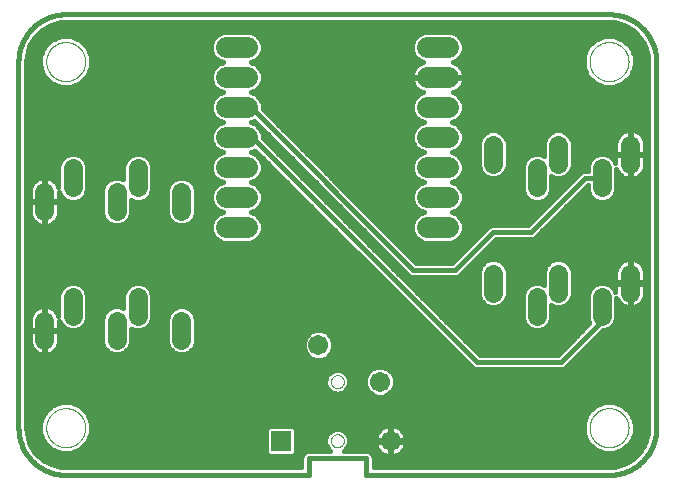
<source format=gbl>
G75*
%MOIN*%
%OFA0B0*%
%FSLAX25Y25*%
%IPPOS*%
%LPD*%
%AMOC8*
5,1,8,0,0,1.08239X$1,22.5*
%
%ADD10C,0.01600*%
%ADD11C,0.00000*%
%ADD12C,0.06337*%
%ADD13R,0.06731X0.06731*%
%ADD14C,0.06731*%
%ADD15C,0.07000*%
D10*
X0021638Y0019211D02*
X0024610Y0017495D01*
X0027926Y0016606D01*
X0029642Y0016494D01*
X0108144Y0016494D01*
X0108144Y0019923D01*
X0108540Y0020878D01*
X0109271Y0021610D01*
X0110227Y0022005D01*
X0117891Y0022005D01*
X0116831Y0023065D01*
X0116228Y0024522D01*
X0116228Y0026100D01*
X0116831Y0027557D01*
X0117947Y0028673D01*
X0119404Y0029276D01*
X0120982Y0029276D01*
X0122439Y0028673D01*
X0123555Y0027557D01*
X0124158Y0026100D01*
X0124158Y0024522D01*
X0123555Y0023065D01*
X0122495Y0022005D01*
X0130159Y0022005D01*
X0131115Y0021610D01*
X0131846Y0020878D01*
X0132242Y0019923D01*
X0132242Y0016494D01*
X0210744Y0016494D01*
X0212460Y0016606D01*
X0215776Y0017495D01*
X0218748Y0019211D01*
X0221175Y0021638D01*
X0222891Y0024610D01*
X0223780Y0027926D01*
X0223892Y0029642D01*
X0223892Y0151689D01*
X0223780Y0153405D01*
X0222891Y0156720D01*
X0221175Y0159693D01*
X0218748Y0162120D01*
X0215776Y0163836D01*
X0212460Y0164725D01*
X0210744Y0164837D01*
X0029642Y0164837D01*
X0027926Y0164725D01*
X0024610Y0163836D01*
X0021638Y0162120D01*
X0019211Y0159693D01*
X0017495Y0156720D01*
X0016606Y0153405D01*
X0016494Y0151689D01*
X0016494Y0029642D01*
X0016606Y0027926D01*
X0017495Y0024610D01*
X0019211Y0021638D01*
X0021638Y0019211D01*
X0022541Y0018689D02*
X0108144Y0018689D01*
X0108144Y0017091D02*
X0026117Y0017091D01*
X0027951Y0021142D02*
X0029145Y0021142D01*
X0031332Y0021142D01*
X0034457Y0022436D01*
X0036848Y0024827D01*
X0038142Y0027951D01*
X0038142Y0031332D01*
X0036848Y0034457D01*
X0034457Y0036848D01*
X0031332Y0038142D01*
X0027951Y0038142D01*
X0024827Y0036848D01*
X0022436Y0034457D01*
X0022436Y0034457D01*
X0021142Y0031332D01*
X0021142Y0027951D01*
X0022436Y0024827D01*
X0024827Y0022436D01*
X0027951Y0021142D01*
X0026154Y0021886D02*
X0019067Y0021886D01*
X0018144Y0023485D02*
X0023778Y0023485D01*
X0024827Y0022436D02*
X0024827Y0022436D01*
X0022436Y0024827D02*
X0022436Y0024827D01*
X0022330Y0025083D02*
X0017368Y0025083D01*
X0016939Y0026682D02*
X0021667Y0026682D01*
X0021142Y0028280D02*
X0016583Y0028280D01*
X0016494Y0029879D02*
X0021142Y0029879D01*
X0021202Y0031477D02*
X0016494Y0031477D01*
X0016494Y0033076D02*
X0021864Y0033076D01*
X0022654Y0034674D02*
X0016494Y0034674D01*
X0016494Y0036273D02*
X0024252Y0036273D01*
X0024827Y0036848D02*
X0024827Y0036848D01*
X0027298Y0037871D02*
X0016494Y0037871D01*
X0016494Y0039470D02*
X0223892Y0039470D01*
X0223892Y0041068D02*
X0137471Y0041068D01*
X0137183Y0040781D02*
X0138582Y0042179D01*
X0139339Y0044007D01*
X0139339Y0045985D01*
X0138582Y0047813D01*
X0137183Y0049211D01*
X0135355Y0049968D01*
X0133377Y0049968D01*
X0131549Y0049211D01*
X0130151Y0047813D01*
X0129394Y0045985D01*
X0129394Y0044007D01*
X0130151Y0042179D01*
X0131549Y0040781D01*
X0133377Y0040024D01*
X0135355Y0040024D01*
X0137183Y0040781D01*
X0138783Y0042667D02*
X0223892Y0042667D01*
X0223892Y0044265D02*
X0139339Y0044265D01*
X0139339Y0045864D02*
X0223892Y0045864D01*
X0223892Y0047462D02*
X0138727Y0047462D01*
X0137333Y0049061D02*
X0166154Y0049061D01*
X0166165Y0049057D02*
X0195073Y0049057D01*
X0195957Y0049423D01*
X0196634Y0050100D01*
X0208586Y0062052D01*
X0209332Y0062052D01*
X0211087Y0062779D01*
X0212430Y0064122D01*
X0213157Y0065878D01*
X0213157Y0073006D01*
X0213226Y0072794D01*
X0213581Y0072098D01*
X0214041Y0071465D01*
X0214594Y0070912D01*
X0215227Y0070452D01*
X0215923Y0070097D01*
X0216667Y0069855D01*
X0217440Y0069733D01*
X0217646Y0069733D01*
X0217646Y0077686D01*
X0212862Y0077686D01*
X0212862Y0074827D01*
X0212430Y0075870D01*
X0211087Y0077213D01*
X0209332Y0077940D01*
X0207432Y0077940D01*
X0205677Y0077213D01*
X0204333Y0075870D01*
X0203606Y0074114D01*
X0203606Y0065878D01*
X0204191Y0064465D01*
X0193597Y0053871D01*
X0167641Y0053871D01*
X0095300Y0126212D01*
X0095300Y0127496D01*
X0094522Y0129373D01*
X0093086Y0130810D01*
X0091467Y0131480D01*
X0092440Y0131883D01*
X0144090Y0080233D01*
X0144975Y0079867D01*
X0159973Y0079867D01*
X0160857Y0080233D01*
X0161534Y0080910D01*
X0173101Y0092477D01*
X0185062Y0092477D01*
X0185947Y0092843D01*
X0186624Y0093520D01*
X0203606Y0110502D01*
X0203606Y0108791D01*
X0204333Y0107036D01*
X0205677Y0105692D01*
X0207432Y0104965D01*
X0209332Y0104965D01*
X0211087Y0105692D01*
X0212430Y0107036D01*
X0213157Y0108791D01*
X0213157Y0115919D01*
X0213226Y0115708D01*
X0213581Y0115011D01*
X0214041Y0114378D01*
X0214594Y0113825D01*
X0215227Y0113366D01*
X0215923Y0113010D01*
X0216667Y0112769D01*
X0217440Y0112646D01*
X0217646Y0112646D01*
X0217646Y0120599D01*
X0212862Y0120599D01*
X0212862Y0117741D01*
X0212430Y0118783D01*
X0211087Y0120126D01*
X0209332Y0120854D01*
X0207432Y0120854D01*
X0205677Y0120126D01*
X0204333Y0118783D01*
X0203606Y0117028D01*
X0203606Y0115317D01*
X0202131Y0115317D01*
X0201246Y0114950D01*
X0183587Y0097291D01*
X0171625Y0097291D01*
X0170740Y0096924D01*
X0170063Y0096247D01*
X0158497Y0084681D01*
X0146451Y0084681D01*
X0095300Y0135832D01*
X0095300Y0137496D01*
X0094522Y0139373D01*
X0093086Y0140810D01*
X0091467Y0141480D01*
X0093086Y0142151D01*
X0094522Y0143587D01*
X0095300Y0145464D01*
X0095300Y0147496D01*
X0094522Y0149373D01*
X0093086Y0150810D01*
X0091467Y0151480D01*
X0093086Y0152151D01*
X0094522Y0153587D01*
X0095300Y0155464D01*
X0095300Y0157496D01*
X0094522Y0159373D01*
X0093086Y0160810D01*
X0091209Y0161587D01*
X0082177Y0161587D01*
X0080300Y0160810D01*
X0078863Y0159373D01*
X0078086Y0157496D01*
X0078086Y0155464D01*
X0078863Y0153587D01*
X0080300Y0152151D01*
X0081919Y0151480D01*
X0080300Y0150810D01*
X0078863Y0149373D01*
X0078086Y0147496D01*
X0078086Y0145464D01*
X0078863Y0143587D01*
X0080300Y0142151D01*
X0081919Y0141480D01*
X0080300Y0140810D01*
X0078863Y0139373D01*
X0078086Y0137496D01*
X0078086Y0135464D01*
X0078863Y0133587D01*
X0080300Y0132151D01*
X0081919Y0131480D01*
X0080300Y0130810D01*
X0078863Y0129373D01*
X0078086Y0127496D01*
X0078086Y0125464D01*
X0078863Y0123587D01*
X0080300Y0122151D01*
X0081919Y0121480D01*
X0080300Y0120810D01*
X0078863Y0119373D01*
X0078086Y0117496D01*
X0078086Y0115464D01*
X0078863Y0113587D01*
X0080300Y0112151D01*
X0081919Y0111480D01*
X0080300Y0110810D01*
X0078863Y0109373D01*
X0078086Y0107496D01*
X0078086Y0105464D01*
X0078863Y0103587D01*
X0080300Y0102151D01*
X0081919Y0101480D01*
X0080300Y0100810D01*
X0078863Y0099373D01*
X0078086Y0097496D01*
X0078086Y0095464D01*
X0078863Y0093587D01*
X0080300Y0092151D01*
X0082177Y0091373D01*
X0091209Y0091373D01*
X0093086Y0092151D01*
X0094522Y0093587D01*
X0095300Y0095464D01*
X0095300Y0097496D01*
X0094522Y0099373D01*
X0093086Y0100810D01*
X0091467Y0101480D01*
X0093086Y0102151D01*
X0094522Y0103587D01*
X0095300Y0105464D01*
X0095300Y0107496D01*
X0094522Y0109373D01*
X0093086Y0110810D01*
X0091467Y0111480D01*
X0093086Y0112151D01*
X0094522Y0113587D01*
X0095300Y0115464D01*
X0095300Y0117496D01*
X0094522Y0119373D01*
X0093086Y0120810D01*
X0091467Y0121480D01*
X0092709Y0121995D01*
X0165280Y0049423D01*
X0166165Y0049057D01*
X0164044Y0050659D02*
X0016494Y0050659D01*
X0016494Y0049061D02*
X0131399Y0049061D01*
X0130006Y0047462D02*
X0123334Y0047462D01*
X0123555Y0047242D02*
X0122439Y0048358D01*
X0120982Y0048961D01*
X0119404Y0048961D01*
X0117947Y0048358D01*
X0116831Y0047242D01*
X0116228Y0045785D01*
X0116228Y0044207D01*
X0116831Y0042750D01*
X0117947Y0041634D01*
X0119404Y0041031D01*
X0120982Y0041031D01*
X0122439Y0041634D01*
X0123555Y0042750D01*
X0124158Y0044207D01*
X0124158Y0045785D01*
X0123555Y0047242D01*
X0124125Y0045864D02*
X0129394Y0045864D01*
X0129394Y0044265D02*
X0124158Y0044265D01*
X0123472Y0042667D02*
X0129949Y0042667D01*
X0131262Y0041068D02*
X0121073Y0041068D01*
X0119313Y0041068D02*
X0016494Y0041068D01*
X0016494Y0042667D02*
X0116914Y0042667D01*
X0116228Y0044265D02*
X0016494Y0044265D01*
X0016494Y0045864D02*
X0116260Y0045864D01*
X0117051Y0047462D02*
X0016494Y0047462D01*
X0016494Y0052258D02*
X0112833Y0052258D01*
X0112905Y0052228D02*
X0114883Y0052228D01*
X0116710Y0052985D01*
X0118109Y0054384D01*
X0118866Y0056212D01*
X0118866Y0058190D01*
X0118109Y0060017D01*
X0116710Y0061416D01*
X0114883Y0062173D01*
X0112905Y0062173D01*
X0111077Y0061416D01*
X0109678Y0060017D01*
X0108921Y0058190D01*
X0108921Y0056212D01*
X0109678Y0054384D01*
X0111077Y0052985D01*
X0112905Y0052228D01*
X0114954Y0052258D02*
X0162445Y0052258D01*
X0160847Y0053856D02*
X0117581Y0053856D01*
X0118553Y0055455D02*
X0159248Y0055455D01*
X0157650Y0057054D02*
X0118866Y0057054D01*
X0118675Y0058652D02*
X0156051Y0058652D01*
X0154453Y0060251D02*
X0117876Y0060251D01*
X0115665Y0061849D02*
X0152854Y0061849D01*
X0151256Y0063448D02*
X0073000Y0063448D01*
X0073000Y0065046D02*
X0149657Y0065046D01*
X0148059Y0066645D02*
X0072833Y0066645D01*
X0073000Y0066240D02*
X0072273Y0067996D01*
X0070930Y0069339D01*
X0069174Y0070066D01*
X0067274Y0070066D01*
X0065519Y0069339D01*
X0064176Y0067996D01*
X0063449Y0066240D01*
X0063449Y0058004D01*
X0064176Y0056248D01*
X0065519Y0054905D01*
X0067274Y0054178D01*
X0069174Y0054178D01*
X0070930Y0054905D01*
X0072273Y0056248D01*
X0073000Y0058004D01*
X0073000Y0066240D01*
X0072026Y0068243D02*
X0146460Y0068243D01*
X0144862Y0069842D02*
X0069716Y0069842D01*
X0066732Y0069842D02*
X0058433Y0069842D01*
X0058433Y0071440D02*
X0143263Y0071440D01*
X0141665Y0073039D02*
X0058433Y0073039D01*
X0058433Y0074114D02*
X0057706Y0075870D01*
X0056363Y0077213D01*
X0054607Y0077940D01*
X0052708Y0077940D01*
X0050952Y0077213D01*
X0049609Y0075870D01*
X0048882Y0074114D01*
X0048882Y0069502D01*
X0047521Y0070066D01*
X0045621Y0070066D01*
X0043866Y0069339D01*
X0042522Y0067996D01*
X0041795Y0066240D01*
X0041795Y0058004D01*
X0042522Y0056248D01*
X0043866Y0054905D01*
X0045621Y0054178D01*
X0047521Y0054178D01*
X0049276Y0054905D01*
X0050619Y0056248D01*
X0051346Y0058004D01*
X0051346Y0062616D01*
X0052708Y0062052D01*
X0054607Y0062052D01*
X0056363Y0062779D01*
X0057706Y0064122D01*
X0058433Y0065878D01*
X0058433Y0074114D01*
X0058217Y0074637D02*
X0140066Y0074637D01*
X0138468Y0076236D02*
X0057340Y0076236D01*
X0054863Y0077834D02*
X0136869Y0077834D01*
X0135271Y0079433D02*
X0016494Y0079433D01*
X0016494Y0081031D02*
X0133672Y0081031D01*
X0132074Y0082630D02*
X0016494Y0082630D01*
X0016494Y0084228D02*
X0130475Y0084228D01*
X0128877Y0085827D02*
X0016494Y0085827D01*
X0016494Y0087425D02*
X0127278Y0087425D01*
X0125680Y0089024D02*
X0016494Y0089024D01*
X0016494Y0090622D02*
X0124081Y0090622D01*
X0122483Y0092221D02*
X0093156Y0092221D01*
X0094619Y0093819D02*
X0120884Y0093819D01*
X0119285Y0095418D02*
X0095281Y0095418D01*
X0095300Y0097016D02*
X0117687Y0097016D01*
X0116088Y0098615D02*
X0094837Y0098615D01*
X0093682Y0100213D02*
X0114490Y0100213D01*
X0112891Y0101812D02*
X0092268Y0101812D01*
X0094345Y0103410D02*
X0111293Y0103410D01*
X0109694Y0105009D02*
X0095111Y0105009D01*
X0095300Y0106607D02*
X0108096Y0106607D01*
X0106497Y0108206D02*
X0095006Y0108206D01*
X0094091Y0109804D02*
X0104899Y0109804D01*
X0103300Y0111403D02*
X0091654Y0111403D01*
X0093937Y0113001D02*
X0101702Y0113001D01*
X0100103Y0114600D02*
X0094942Y0114600D01*
X0095300Y0116198D02*
X0098505Y0116198D01*
X0096906Y0117797D02*
X0095175Y0117797D01*
X0095308Y0119395D02*
X0094500Y0119395D01*
X0093709Y0120994D02*
X0092641Y0120994D01*
X0097321Y0124191D02*
X0100132Y0124191D01*
X0098919Y0122592D02*
X0101731Y0122592D01*
X0100518Y0120994D02*
X0103329Y0120994D01*
X0102116Y0119395D02*
X0104928Y0119395D01*
X0103715Y0117797D02*
X0106526Y0117797D01*
X0105313Y0116198D02*
X0108125Y0116198D01*
X0106912Y0114600D02*
X0109723Y0114600D01*
X0108510Y0113001D02*
X0111322Y0113001D01*
X0110109Y0111403D02*
X0112920Y0111403D01*
X0111707Y0109804D02*
X0114519Y0109804D01*
X0113306Y0108206D02*
X0116117Y0108206D01*
X0114904Y0106607D02*
X0117716Y0106607D01*
X0116503Y0105009D02*
X0119314Y0105009D01*
X0118101Y0103410D02*
X0120913Y0103410D01*
X0119700Y0101812D02*
X0122511Y0101812D01*
X0121298Y0100213D02*
X0124110Y0100213D01*
X0122897Y0098615D02*
X0125708Y0098615D01*
X0124495Y0097016D02*
X0127307Y0097016D01*
X0126094Y0095418D02*
X0128905Y0095418D01*
X0127692Y0093819D02*
X0130504Y0093819D01*
X0129291Y0092221D02*
X0132102Y0092221D01*
X0130889Y0090622D02*
X0133701Y0090622D01*
X0132488Y0089024D02*
X0135300Y0089024D01*
X0134086Y0087425D02*
X0136898Y0087425D01*
X0135685Y0085827D02*
X0138497Y0085827D01*
X0137283Y0084228D02*
X0140095Y0084228D01*
X0138882Y0082630D02*
X0141694Y0082630D01*
X0140480Y0081031D02*
X0143292Y0081031D01*
X0142079Y0079433D02*
X0167386Y0079433D01*
X0167386Y0081031D02*
X0161655Y0081031D01*
X0163254Y0082630D02*
X0167651Y0082630D01*
X0167386Y0081989D02*
X0168113Y0083744D01*
X0169456Y0085087D01*
X0171211Y0085814D01*
X0173111Y0085814D01*
X0174867Y0085087D01*
X0176210Y0083744D01*
X0176937Y0081989D01*
X0176937Y0073752D01*
X0176210Y0071996D01*
X0174867Y0070653D01*
X0173111Y0069926D01*
X0171211Y0069926D01*
X0169456Y0070653D01*
X0168113Y0071996D01*
X0167386Y0073752D01*
X0167386Y0081989D01*
X0168597Y0084228D02*
X0164852Y0084228D01*
X0166451Y0085827D02*
X0216489Y0085827D01*
X0216667Y0085885D02*
X0215923Y0085643D01*
X0215227Y0085288D01*
X0214594Y0084828D01*
X0214041Y0084275D01*
X0213581Y0083643D01*
X0213226Y0082946D01*
X0212985Y0082202D01*
X0212862Y0081430D01*
X0212862Y0078054D01*
X0217646Y0078054D01*
X0217646Y0077686D01*
X0218015Y0077686D01*
X0218015Y0078054D01*
X0222799Y0078054D01*
X0222799Y0081430D01*
X0222677Y0082202D01*
X0222435Y0082946D01*
X0222080Y0083643D01*
X0221620Y0084275D01*
X0221067Y0084828D01*
X0220435Y0085288D01*
X0219738Y0085643D01*
X0218994Y0085885D01*
X0218222Y0086007D01*
X0218015Y0086007D01*
X0218015Y0078054D01*
X0217646Y0078054D01*
X0217646Y0086007D01*
X0217440Y0086007D01*
X0216667Y0085885D01*
X0217646Y0085827D02*
X0218015Y0085827D01*
X0219173Y0085827D02*
X0223892Y0085827D01*
X0223892Y0087425D02*
X0168049Y0087425D01*
X0169648Y0089024D02*
X0223892Y0089024D01*
X0223892Y0090622D02*
X0171246Y0090622D01*
X0172845Y0092221D02*
X0223892Y0092221D01*
X0223892Y0093819D02*
X0186923Y0093819D01*
X0188522Y0095418D02*
X0223892Y0095418D01*
X0223892Y0097016D02*
X0190120Y0097016D01*
X0191719Y0098615D02*
X0223892Y0098615D01*
X0223892Y0100213D02*
X0193317Y0100213D01*
X0194916Y0101812D02*
X0223892Y0101812D01*
X0223892Y0103410D02*
X0196514Y0103410D01*
X0198113Y0105009D02*
X0207327Y0105009D01*
X0209437Y0105009D02*
X0223892Y0105009D01*
X0223892Y0106607D02*
X0212002Y0106607D01*
X0212915Y0108206D02*
X0223892Y0108206D01*
X0223892Y0109804D02*
X0213157Y0109804D01*
X0213157Y0111403D02*
X0223892Y0111403D01*
X0223892Y0113001D02*
X0219710Y0113001D01*
X0219738Y0113010D02*
X0220435Y0113366D01*
X0221067Y0113825D01*
X0221620Y0114378D01*
X0222080Y0115011D01*
X0222435Y0115708D01*
X0222677Y0116451D01*
X0222799Y0117224D01*
X0222799Y0120599D01*
X0218015Y0120599D01*
X0218015Y0112646D01*
X0218222Y0112646D01*
X0218994Y0112769D01*
X0219738Y0113010D01*
X0218015Y0113001D02*
X0217646Y0113001D01*
X0217646Y0114600D02*
X0218015Y0114600D01*
X0218015Y0116198D02*
X0217646Y0116198D01*
X0217646Y0117797D02*
X0218015Y0117797D01*
X0218015Y0119395D02*
X0217646Y0119395D01*
X0217646Y0120599D02*
X0218015Y0120599D01*
X0218015Y0120968D01*
X0217646Y0120968D01*
X0217646Y0120599D01*
X0217646Y0120968D02*
X0212862Y0120968D01*
X0212862Y0124343D01*
X0212985Y0125115D01*
X0213226Y0125859D01*
X0213581Y0126556D01*
X0214041Y0127189D01*
X0214594Y0127742D01*
X0215227Y0128201D01*
X0215923Y0128556D01*
X0216667Y0128798D01*
X0217440Y0128920D01*
X0217646Y0128920D01*
X0217646Y0120968D01*
X0217646Y0120994D02*
X0218015Y0120994D01*
X0218015Y0120968D02*
X0218015Y0128920D01*
X0218222Y0128920D01*
X0218994Y0128798D01*
X0219738Y0128556D01*
X0220435Y0128201D01*
X0221067Y0127742D01*
X0221620Y0127189D01*
X0222080Y0126556D01*
X0222435Y0125859D01*
X0222677Y0125115D01*
X0222799Y0124343D01*
X0222799Y0120968D01*
X0218015Y0120968D01*
X0218015Y0122592D02*
X0217646Y0122592D01*
X0217646Y0124191D02*
X0218015Y0124191D01*
X0218015Y0125789D02*
X0217646Y0125789D01*
X0217646Y0127388D02*
X0218015Y0127388D01*
X0214240Y0127388D02*
X0197133Y0127388D01*
X0196520Y0128001D02*
X0194765Y0128728D01*
X0192865Y0128728D01*
X0191110Y0128001D01*
X0189766Y0126657D01*
X0189039Y0124902D01*
X0189039Y0120290D01*
X0187678Y0120854D01*
X0185778Y0120854D01*
X0184023Y0120126D01*
X0182680Y0118783D01*
X0181953Y0117028D01*
X0181953Y0108791D01*
X0182680Y0107036D01*
X0184023Y0105692D01*
X0185778Y0104965D01*
X0187678Y0104965D01*
X0189433Y0105692D01*
X0190777Y0107036D01*
X0191504Y0108791D01*
X0191504Y0113403D01*
X0192865Y0112839D01*
X0194765Y0112839D01*
X0196520Y0113566D01*
X0197863Y0114910D01*
X0198591Y0116665D01*
X0198591Y0124902D01*
X0197863Y0126657D01*
X0196520Y0128001D01*
X0198223Y0125789D02*
X0213204Y0125789D01*
X0212862Y0124191D02*
X0198591Y0124191D01*
X0198591Y0122592D02*
X0212862Y0122592D01*
X0212862Y0120994D02*
X0198591Y0120994D01*
X0198591Y0119395D02*
X0204946Y0119395D01*
X0203925Y0117797D02*
X0198591Y0117797D01*
X0198397Y0116198D02*
X0203606Y0116198D01*
X0200896Y0114600D02*
X0197554Y0114600D01*
X0199297Y0113001D02*
X0195156Y0113001D01*
X0192474Y0113001D02*
X0191504Y0113001D01*
X0191504Y0111403D02*
X0197699Y0111403D01*
X0196100Y0109804D02*
X0191504Y0109804D01*
X0191262Y0108206D02*
X0194502Y0108206D01*
X0192903Y0106607D02*
X0190348Y0106607D01*
X0191305Y0105009D02*
X0187783Y0105009D01*
X0185673Y0105009D02*
X0162111Y0105009D01*
X0162300Y0105464D02*
X0162300Y0107496D01*
X0161522Y0109373D01*
X0160086Y0110810D01*
X0158467Y0111480D01*
X0160086Y0112151D01*
X0161522Y0113587D01*
X0162300Y0115464D01*
X0162300Y0117496D01*
X0161522Y0119373D01*
X0160086Y0120810D01*
X0158467Y0121480D01*
X0160086Y0122151D01*
X0161522Y0123587D01*
X0162300Y0125464D01*
X0162300Y0127496D01*
X0161522Y0129373D01*
X0160086Y0130810D01*
X0158467Y0131480D01*
X0160086Y0132151D01*
X0161522Y0133587D01*
X0162300Y0135464D01*
X0162300Y0137496D01*
X0161522Y0139373D01*
X0160086Y0140810D01*
X0158682Y0141391D01*
X0159227Y0141569D01*
X0159971Y0141947D01*
X0160646Y0142438D01*
X0161236Y0143028D01*
X0161726Y0143702D01*
X0162105Y0144446D01*
X0162362Y0145239D01*
X0162493Y0146063D01*
X0162493Y0146296D01*
X0150377Y0146296D01*
X0150377Y0146665D01*
X0162493Y0146665D01*
X0162493Y0146897D01*
X0162362Y0147721D01*
X0162105Y0148515D01*
X0161726Y0149258D01*
X0161236Y0149933D01*
X0160646Y0150523D01*
X0159971Y0151013D01*
X0159227Y0151392D01*
X0158682Y0151569D01*
X0160086Y0152151D01*
X0161522Y0153587D01*
X0162300Y0155464D01*
X0162300Y0157496D01*
X0161522Y0159373D01*
X0160086Y0160810D01*
X0158209Y0161587D01*
X0149177Y0161587D01*
X0147300Y0160810D01*
X0145863Y0159373D01*
X0145086Y0157496D01*
X0145086Y0155464D01*
X0145863Y0153587D01*
X0147300Y0152151D01*
X0148704Y0151569D01*
X0148158Y0151392D01*
X0147415Y0151013D01*
X0146740Y0150523D01*
X0146150Y0149933D01*
X0145660Y0149258D01*
X0145281Y0148515D01*
X0145023Y0147721D01*
X0144893Y0146897D01*
X0144893Y0146665D01*
X0150009Y0146665D01*
X0150009Y0146296D01*
X0144893Y0146296D01*
X0144893Y0146063D01*
X0145023Y0145239D01*
X0145281Y0144446D01*
X0145660Y0143702D01*
X0146150Y0143028D01*
X0146740Y0142438D01*
X0147415Y0141947D01*
X0148158Y0141569D01*
X0148704Y0141391D01*
X0147300Y0140810D01*
X0145863Y0139373D01*
X0145086Y0137496D01*
X0145086Y0135464D01*
X0145863Y0133587D01*
X0147300Y0132151D01*
X0148919Y0131480D01*
X0147300Y0130810D01*
X0145863Y0129373D01*
X0145086Y0127496D01*
X0145086Y0125464D01*
X0145863Y0123587D01*
X0147300Y0122151D01*
X0148919Y0121480D01*
X0147300Y0120810D01*
X0145863Y0119373D01*
X0145086Y0117496D01*
X0145086Y0115464D01*
X0145863Y0113587D01*
X0147300Y0112151D01*
X0148919Y0111480D01*
X0147300Y0110810D01*
X0145863Y0109373D01*
X0145086Y0107496D01*
X0145086Y0105464D01*
X0145863Y0103587D01*
X0147300Y0102151D01*
X0148919Y0101480D01*
X0147300Y0100810D01*
X0145863Y0099373D01*
X0145086Y0097496D01*
X0145086Y0095464D01*
X0145863Y0093587D01*
X0147300Y0092151D01*
X0149177Y0091373D01*
X0158209Y0091373D01*
X0160086Y0092151D01*
X0161522Y0093587D01*
X0162300Y0095464D01*
X0162300Y0097496D01*
X0161522Y0099373D01*
X0160086Y0100810D01*
X0158467Y0101480D01*
X0160086Y0102151D01*
X0161522Y0103587D01*
X0162300Y0105464D01*
X0162300Y0106607D02*
X0183108Y0106607D01*
X0182195Y0108206D02*
X0162006Y0108206D01*
X0161091Y0109804D02*
X0181953Y0109804D01*
X0181953Y0111403D02*
X0158654Y0111403D01*
X0160937Y0113001D02*
X0170820Y0113001D01*
X0171211Y0112839D02*
X0173111Y0112839D01*
X0174867Y0113566D01*
X0176210Y0114910D01*
X0176937Y0116665D01*
X0176937Y0124902D01*
X0176210Y0126657D01*
X0174867Y0128001D01*
X0173111Y0128728D01*
X0171211Y0128728D01*
X0169456Y0128001D01*
X0168113Y0126657D01*
X0167386Y0124902D01*
X0167386Y0116665D01*
X0168113Y0114910D01*
X0169456Y0113566D01*
X0171211Y0112839D01*
X0173503Y0113001D02*
X0181953Y0113001D01*
X0181953Y0114600D02*
X0175900Y0114600D01*
X0176744Y0116198D02*
X0181953Y0116198D01*
X0182271Y0117797D02*
X0176937Y0117797D01*
X0176937Y0119395D02*
X0183292Y0119395D01*
X0189039Y0120994D02*
X0176937Y0120994D01*
X0176937Y0122592D02*
X0189039Y0122592D01*
X0189039Y0124191D02*
X0176937Y0124191D01*
X0176569Y0125789D02*
X0189407Y0125789D01*
X0190497Y0127388D02*
X0175479Y0127388D01*
X0168844Y0127388D02*
X0162300Y0127388D01*
X0162300Y0125789D02*
X0167753Y0125789D01*
X0167386Y0124191D02*
X0161772Y0124191D01*
X0160528Y0122592D02*
X0167386Y0122592D01*
X0167386Y0120994D02*
X0159641Y0120994D01*
X0161500Y0119395D02*
X0167386Y0119395D01*
X0167386Y0117797D02*
X0162175Y0117797D01*
X0162300Y0116198D02*
X0167579Y0116198D01*
X0168423Y0114600D02*
X0161942Y0114600D01*
X0161345Y0103410D02*
X0189706Y0103410D01*
X0188108Y0101812D02*
X0159268Y0101812D01*
X0160682Y0100213D02*
X0186509Y0100213D01*
X0184911Y0098615D02*
X0161837Y0098615D01*
X0162300Y0097016D02*
X0170962Y0097016D01*
X0169234Y0095418D02*
X0162281Y0095418D01*
X0161619Y0093819D02*
X0167635Y0093819D01*
X0166037Y0092221D02*
X0160156Y0092221D01*
X0162840Y0089024D02*
X0142108Y0089024D01*
X0140509Y0090622D02*
X0164438Y0090622D01*
X0161241Y0087425D02*
X0143706Y0087425D01*
X0145305Y0085827D02*
X0159643Y0085827D01*
X0159494Y0082274D02*
X0145454Y0082274D01*
X0091247Y0136480D01*
X0090193Y0136480D01*
X0093720Y0140176D02*
X0146666Y0140176D01*
X0147754Y0141775D02*
X0092178Y0141775D01*
X0094308Y0143373D02*
X0145899Y0143373D01*
X0145110Y0144972D02*
X0095096Y0144972D01*
X0095300Y0146570D02*
X0150009Y0146570D01*
X0150377Y0146570D02*
X0203842Y0146570D01*
X0203538Y0146874D02*
X0205929Y0144483D01*
X0205929Y0144483D01*
X0205929Y0144483D01*
X0209053Y0143189D01*
X0210247Y0143189D01*
X0212435Y0143189D01*
X0215559Y0144483D01*
X0217950Y0146874D01*
X0217950Y0146874D01*
X0219244Y0149998D01*
X0219244Y0153380D01*
X0217950Y0156504D01*
X0215559Y0158895D01*
X0212435Y0160189D01*
X0209053Y0160189D01*
X0205929Y0158895D01*
X0203538Y0156504D01*
X0202244Y0153380D01*
X0202244Y0149998D01*
X0203538Y0146874D01*
X0203538Y0146874D01*
X0203002Y0148169D02*
X0162217Y0148169D01*
X0161356Y0149767D02*
X0202340Y0149767D01*
X0202244Y0151366D02*
X0159279Y0151366D01*
X0160899Y0152964D02*
X0202244Y0152964D01*
X0202734Y0154563D02*
X0161926Y0154563D01*
X0162300Y0156161D02*
X0203396Y0156161D01*
X0203538Y0156504D02*
X0203538Y0156504D01*
X0204794Y0157760D02*
X0162191Y0157760D01*
X0161529Y0159358D02*
X0207048Y0159358D01*
X0205929Y0158895D02*
X0205929Y0158895D01*
X0214440Y0159358D02*
X0221368Y0159358D01*
X0222291Y0157760D02*
X0216694Y0157760D01*
X0215559Y0158895D02*
X0215559Y0158895D01*
X0217950Y0156504D02*
X0217950Y0156504D01*
X0218092Y0156161D02*
X0223041Y0156161D01*
X0223469Y0154563D02*
X0218754Y0154563D01*
X0219244Y0152964D02*
X0223809Y0152964D01*
X0223892Y0151366D02*
X0219244Y0151366D01*
X0219148Y0149767D02*
X0223892Y0149767D01*
X0223892Y0148169D02*
X0218486Y0148169D01*
X0217646Y0146570D02*
X0223892Y0146570D01*
X0223892Y0144972D02*
X0216048Y0144972D01*
X0215559Y0144483D02*
X0215559Y0144483D01*
X0212879Y0143373D02*
X0223892Y0143373D01*
X0223892Y0141775D02*
X0159632Y0141775D01*
X0160720Y0140176D02*
X0223892Y0140176D01*
X0223892Y0138578D02*
X0161852Y0138578D01*
X0162300Y0136979D02*
X0223892Y0136979D01*
X0223892Y0135381D02*
X0162265Y0135381D01*
X0161603Y0133782D02*
X0223892Y0133782D01*
X0223892Y0132184D02*
X0160119Y0132184D01*
X0160311Y0130585D02*
X0223892Y0130585D01*
X0223892Y0128987D02*
X0161683Y0128987D01*
X0147075Y0130585D02*
X0100546Y0130585D01*
X0098948Y0132184D02*
X0147267Y0132184D01*
X0145783Y0133782D02*
X0097349Y0133782D01*
X0095751Y0135381D02*
X0145121Y0135381D01*
X0145086Y0136979D02*
X0095300Y0136979D01*
X0094852Y0138578D02*
X0145534Y0138578D01*
X0145703Y0128987D02*
X0102145Y0128987D01*
X0103744Y0127388D02*
X0145086Y0127388D01*
X0145086Y0125789D02*
X0105342Y0125789D01*
X0106941Y0124191D02*
X0145613Y0124191D01*
X0146858Y0122592D02*
X0108539Y0122592D01*
X0110138Y0120994D02*
X0147744Y0120994D01*
X0145886Y0119395D02*
X0111736Y0119395D01*
X0113335Y0117797D02*
X0145210Y0117797D01*
X0145086Y0116198D02*
X0114933Y0116198D01*
X0116532Y0114600D02*
X0145444Y0114600D01*
X0146449Y0113001D02*
X0118130Y0113001D01*
X0119729Y0111403D02*
X0148732Y0111403D01*
X0146294Y0109804D02*
X0121327Y0109804D01*
X0122926Y0108206D02*
X0145380Y0108206D01*
X0145086Y0106607D02*
X0124524Y0106607D01*
X0126123Y0105009D02*
X0145275Y0105009D01*
X0146040Y0103410D02*
X0127721Y0103410D01*
X0129320Y0101812D02*
X0148118Y0101812D01*
X0146703Y0100213D02*
X0130918Y0100213D01*
X0132517Y0098615D02*
X0145549Y0098615D01*
X0145086Y0097016D02*
X0134115Y0097016D01*
X0135714Y0095418D02*
X0145105Y0095418D01*
X0145767Y0093819D02*
X0137312Y0093819D01*
X0138911Y0092221D02*
X0147230Y0092221D01*
X0159494Y0082274D02*
X0172104Y0094884D01*
X0184584Y0094884D01*
X0202609Y0112909D01*
X0208382Y0112909D01*
X0213157Y0113001D02*
X0215951Y0113001D01*
X0213880Y0114600D02*
X0213157Y0114600D01*
X0212862Y0117797D02*
X0212839Y0117797D01*
X0212862Y0119395D02*
X0211818Y0119395D01*
X0222799Y0119395D02*
X0223892Y0119395D01*
X0223892Y0117797D02*
X0222799Y0117797D01*
X0222595Y0116198D02*
X0223892Y0116198D01*
X0223892Y0114600D02*
X0221782Y0114600D01*
X0222799Y0120994D02*
X0223892Y0120994D01*
X0223892Y0122592D02*
X0222799Y0122592D01*
X0222799Y0124191D02*
X0223892Y0124191D01*
X0223892Y0125789D02*
X0222458Y0125789D01*
X0221421Y0127388D02*
X0223892Y0127388D01*
X0208609Y0143373D02*
X0161487Y0143373D01*
X0162275Y0144972D02*
X0205441Y0144972D01*
X0226492Y0151689D02*
X0226487Y0152070D01*
X0226474Y0152450D01*
X0226451Y0152830D01*
X0226418Y0153209D01*
X0226377Y0153587D01*
X0226327Y0153964D01*
X0226267Y0154340D01*
X0226199Y0154715D01*
X0226121Y0155087D01*
X0226034Y0155458D01*
X0225939Y0155826D01*
X0225834Y0156192D01*
X0225721Y0156555D01*
X0225599Y0156916D01*
X0225469Y0157273D01*
X0225329Y0157627D01*
X0225182Y0157978D01*
X0225025Y0158325D01*
X0224861Y0158668D01*
X0224688Y0159007D01*
X0224507Y0159342D01*
X0224318Y0159673D01*
X0224121Y0159998D01*
X0223917Y0160319D01*
X0223704Y0160635D01*
X0223484Y0160945D01*
X0223257Y0161251D01*
X0223022Y0161550D01*
X0222780Y0161844D01*
X0222532Y0162132D01*
X0222276Y0162414D01*
X0222013Y0162689D01*
X0221744Y0162958D01*
X0221469Y0163221D01*
X0221187Y0163477D01*
X0220899Y0163725D01*
X0220605Y0163967D01*
X0220306Y0164202D01*
X0220000Y0164429D01*
X0219690Y0164649D01*
X0219374Y0164862D01*
X0219053Y0165066D01*
X0218728Y0165263D01*
X0218397Y0165452D01*
X0218062Y0165633D01*
X0217723Y0165806D01*
X0217380Y0165970D01*
X0217033Y0166127D01*
X0216682Y0166274D01*
X0216328Y0166414D01*
X0215971Y0166544D01*
X0215610Y0166666D01*
X0215247Y0166779D01*
X0214881Y0166884D01*
X0214513Y0166979D01*
X0214142Y0167066D01*
X0213770Y0167144D01*
X0213395Y0167212D01*
X0213019Y0167272D01*
X0212642Y0167322D01*
X0212264Y0167363D01*
X0211885Y0167396D01*
X0211505Y0167419D01*
X0211125Y0167432D01*
X0210744Y0167437D01*
X0029642Y0167437D01*
X0025795Y0164154D02*
X0214590Y0164154D01*
X0217994Y0162555D02*
X0022392Y0162555D01*
X0020474Y0160957D02*
X0080655Y0160957D01*
X0078857Y0159358D02*
X0033338Y0159358D01*
X0034457Y0158895D02*
X0031332Y0160189D01*
X0027951Y0160189D01*
X0024827Y0158895D01*
X0022436Y0156504D01*
X0021142Y0153380D01*
X0021142Y0149998D01*
X0022436Y0146874D01*
X0024827Y0144483D01*
X0027951Y0143189D01*
X0030139Y0143189D01*
X0031332Y0143189D01*
X0031332Y0143189D01*
X0034457Y0144483D01*
X0036848Y0146874D01*
X0038142Y0149998D01*
X0038142Y0153380D01*
X0036848Y0156504D01*
X0034457Y0158895D01*
X0034457Y0158895D01*
X0035592Y0157760D02*
X0078195Y0157760D01*
X0078086Y0156161D02*
X0036990Y0156161D01*
X0036848Y0156504D02*
X0036848Y0156504D01*
X0037652Y0154563D02*
X0078459Y0154563D01*
X0079487Y0152964D02*
X0038142Y0152964D01*
X0038142Y0151366D02*
X0081642Y0151366D01*
X0079257Y0149767D02*
X0038046Y0149767D01*
X0037384Y0148169D02*
X0078364Y0148169D01*
X0078086Y0146570D02*
X0036544Y0146570D01*
X0036848Y0146874D02*
X0036848Y0146874D01*
X0034945Y0144972D02*
X0078290Y0144972D01*
X0079078Y0143373D02*
X0031777Y0143373D01*
X0034457Y0144483D02*
X0034457Y0144483D01*
X0027506Y0143373D02*
X0016494Y0143373D01*
X0016494Y0141775D02*
X0081208Y0141775D01*
X0079666Y0140176D02*
X0016494Y0140176D01*
X0016494Y0138578D02*
X0078534Y0138578D01*
X0078086Y0136979D02*
X0016494Y0136979D01*
X0016494Y0135381D02*
X0078121Y0135381D01*
X0078783Y0133782D02*
X0016494Y0133782D01*
X0016494Y0132184D02*
X0080267Y0132184D01*
X0080075Y0130585D02*
X0016494Y0130585D01*
X0016494Y0128987D02*
X0078703Y0128987D01*
X0078086Y0127388D02*
X0016494Y0127388D01*
X0016494Y0125789D02*
X0078086Y0125789D01*
X0078613Y0124191D02*
X0016494Y0124191D01*
X0016494Y0122592D02*
X0079858Y0122592D01*
X0080744Y0120994D02*
X0016494Y0120994D01*
X0016494Y0119395D02*
X0028568Y0119395D01*
X0027955Y0118783D02*
X0027228Y0117028D01*
X0027228Y0109900D01*
X0027160Y0110111D01*
X0026805Y0110808D01*
X0026345Y0111441D01*
X0025792Y0111994D01*
X0025159Y0112453D01*
X0024462Y0112808D01*
X0023719Y0113050D01*
X0022946Y0113172D01*
X0022739Y0113172D01*
X0022739Y0105220D01*
X0022371Y0105220D01*
X0022371Y0113172D01*
X0022164Y0113172D01*
X0021392Y0113050D01*
X0020648Y0112808D01*
X0019951Y0112453D01*
X0019318Y0111994D01*
X0018765Y0111441D01*
X0018306Y0110808D01*
X0017951Y0110111D01*
X0017709Y0109367D01*
X0017587Y0108595D01*
X0017587Y0105220D01*
X0022371Y0105220D01*
X0022371Y0104851D01*
X0022739Y0104851D01*
X0022739Y0096898D01*
X0022946Y0096898D01*
X0023719Y0097021D01*
X0024462Y0097262D01*
X0025159Y0097617D01*
X0025792Y0098077D01*
X0026345Y0098630D01*
X0026805Y0099263D01*
X0027160Y0099960D01*
X0027401Y0100703D01*
X0027524Y0101476D01*
X0027524Y0104851D01*
X0022739Y0104851D01*
X0022739Y0105220D01*
X0027524Y0105220D01*
X0027524Y0108078D01*
X0027955Y0107036D01*
X0029299Y0105692D01*
X0031054Y0104965D01*
X0032954Y0104965D01*
X0034709Y0105692D01*
X0036052Y0107036D01*
X0036780Y0108791D01*
X0036780Y0117028D01*
X0036052Y0118783D01*
X0034709Y0120126D01*
X0032954Y0120854D01*
X0031054Y0120854D01*
X0029299Y0120126D01*
X0027955Y0118783D01*
X0027547Y0117797D02*
X0016494Y0117797D01*
X0016494Y0116198D02*
X0027228Y0116198D01*
X0027228Y0114600D02*
X0016494Y0114600D01*
X0016494Y0113001D02*
X0021242Y0113001D01*
X0022371Y0113001D02*
X0022739Y0113001D01*
X0023868Y0113001D02*
X0027228Y0113001D01*
X0027228Y0111403D02*
X0026372Y0111403D01*
X0022739Y0111403D02*
X0022371Y0111403D01*
X0022371Y0109804D02*
X0022739Y0109804D01*
X0022739Y0108206D02*
X0022371Y0108206D01*
X0022371Y0106607D02*
X0022739Y0106607D01*
X0022739Y0105009D02*
X0030949Y0105009D01*
X0033059Y0105009D02*
X0041795Y0105009D01*
X0041795Y0106607D02*
X0035624Y0106607D01*
X0036537Y0108206D02*
X0041795Y0108206D01*
X0041795Y0109154D02*
X0041795Y0100917D01*
X0042522Y0099162D01*
X0043866Y0097818D01*
X0045621Y0097091D01*
X0047521Y0097091D01*
X0049276Y0097818D01*
X0050619Y0099162D01*
X0051346Y0100917D01*
X0051346Y0105529D01*
X0052708Y0104965D01*
X0054607Y0104965D01*
X0056363Y0105692D01*
X0057706Y0107036D01*
X0058433Y0108791D01*
X0058433Y0117028D01*
X0057706Y0118783D01*
X0056363Y0120126D01*
X0054607Y0120854D01*
X0052708Y0120854D01*
X0050952Y0120126D01*
X0049609Y0118783D01*
X0048882Y0117028D01*
X0048882Y0112416D01*
X0047521Y0112980D01*
X0045621Y0112980D01*
X0043866Y0112252D01*
X0042522Y0110909D01*
X0041795Y0109154D01*
X0042065Y0109804D02*
X0036780Y0109804D01*
X0036780Y0111403D02*
X0043016Y0111403D01*
X0048882Y0113001D02*
X0036780Y0113001D01*
X0036780Y0114600D02*
X0048882Y0114600D01*
X0048882Y0116198D02*
X0036780Y0116198D01*
X0036461Y0117797D02*
X0049200Y0117797D01*
X0050221Y0119395D02*
X0035440Y0119395D01*
X0018738Y0111403D02*
X0016494Y0111403D01*
X0016494Y0109804D02*
X0017851Y0109804D01*
X0017587Y0108206D02*
X0016494Y0108206D01*
X0016494Y0106607D02*
X0017587Y0106607D01*
X0017587Y0104851D02*
X0017587Y0101476D01*
X0017709Y0100703D01*
X0017951Y0099960D01*
X0018306Y0099263D01*
X0018765Y0098630D01*
X0019318Y0098077D01*
X0019951Y0097617D01*
X0020648Y0097262D01*
X0021392Y0097021D01*
X0022164Y0096898D01*
X0022371Y0096898D01*
X0022371Y0104851D01*
X0017587Y0104851D01*
X0016494Y0105009D02*
X0022371Y0105009D01*
X0022371Y0103410D02*
X0022739Y0103410D01*
X0022739Y0101812D02*
X0022371Y0101812D01*
X0022371Y0100213D02*
X0022739Y0100213D01*
X0022739Y0098615D02*
X0022371Y0098615D01*
X0022371Y0097016D02*
X0022739Y0097016D01*
X0023690Y0097016D02*
X0078086Y0097016D01*
X0078105Y0095418D02*
X0016494Y0095418D01*
X0016494Y0097016D02*
X0021420Y0097016D01*
X0018781Y0098615D02*
X0016494Y0098615D01*
X0016494Y0100213D02*
X0017868Y0100213D01*
X0017587Y0101812D02*
X0016494Y0101812D01*
X0016494Y0103410D02*
X0017587Y0103410D01*
X0026330Y0098615D02*
X0043069Y0098615D01*
X0042087Y0100213D02*
X0027242Y0100213D01*
X0027524Y0101812D02*
X0041795Y0101812D01*
X0041795Y0103410D02*
X0027524Y0103410D01*
X0027524Y0106607D02*
X0028384Y0106607D01*
X0016494Y0093819D02*
X0078767Y0093819D01*
X0080230Y0092221D02*
X0016494Y0092221D01*
X0029299Y0077213D02*
X0031054Y0077940D01*
X0032954Y0077940D01*
X0034709Y0077213D01*
X0036052Y0075870D01*
X0036780Y0074114D01*
X0036780Y0065878D01*
X0036052Y0064122D01*
X0034709Y0062779D01*
X0032954Y0062052D01*
X0031054Y0062052D01*
X0029299Y0062779D01*
X0027955Y0064122D01*
X0027524Y0065165D01*
X0027524Y0062306D01*
X0022739Y0062306D01*
X0022371Y0062306D01*
X0022371Y0061938D01*
X0017587Y0061938D01*
X0017587Y0058562D01*
X0017709Y0057790D01*
X0017951Y0057046D01*
X0018306Y0056349D01*
X0018765Y0055717D01*
X0019318Y0055164D01*
X0019951Y0054704D01*
X0020648Y0054349D01*
X0021392Y0054107D01*
X0022164Y0053985D01*
X0022371Y0053985D01*
X0022371Y0061938D01*
X0022739Y0061938D01*
X0022739Y0053985D01*
X0022946Y0053985D01*
X0023719Y0054107D01*
X0024462Y0054349D01*
X0025159Y0054704D01*
X0025792Y0055164D01*
X0026345Y0055717D01*
X0026805Y0056349D01*
X0027160Y0057046D01*
X0027401Y0057790D01*
X0027524Y0058562D01*
X0027524Y0061938D01*
X0022739Y0061938D01*
X0022739Y0062306D01*
X0022739Y0070259D01*
X0022946Y0070259D01*
X0023719Y0070137D01*
X0024462Y0069895D01*
X0025159Y0069540D01*
X0025792Y0069080D01*
X0026345Y0068527D01*
X0026805Y0067895D01*
X0027160Y0067198D01*
X0027228Y0066986D01*
X0027228Y0074114D01*
X0027955Y0075870D01*
X0029299Y0077213D01*
X0028321Y0076236D02*
X0016494Y0076236D01*
X0016494Y0077834D02*
X0030798Y0077834D01*
X0033210Y0077834D02*
X0052452Y0077834D01*
X0049975Y0076236D02*
X0035687Y0076236D01*
X0036563Y0074637D02*
X0049098Y0074637D01*
X0048882Y0073039D02*
X0036780Y0073039D01*
X0036780Y0071440D02*
X0048882Y0071440D01*
X0048882Y0069842D02*
X0048063Y0069842D01*
X0045079Y0069842D02*
X0036780Y0069842D01*
X0036780Y0068243D02*
X0042770Y0068243D01*
X0041963Y0066645D02*
X0036780Y0066645D01*
X0036435Y0065046D02*
X0041795Y0065046D01*
X0041795Y0063448D02*
X0035378Y0063448D01*
X0041795Y0061849D02*
X0027524Y0061849D01*
X0027524Y0060251D02*
X0041795Y0060251D01*
X0041795Y0058652D02*
X0027524Y0058652D01*
X0027162Y0057054D02*
X0042189Y0057054D01*
X0043316Y0055455D02*
X0026083Y0055455D01*
X0022739Y0055455D02*
X0022371Y0055455D01*
X0022371Y0057054D02*
X0022739Y0057054D01*
X0022739Y0058652D02*
X0022371Y0058652D01*
X0022371Y0060251D02*
X0022739Y0060251D01*
X0022739Y0061849D02*
X0022371Y0061849D01*
X0022371Y0062306D02*
X0017587Y0062306D01*
X0017587Y0065682D01*
X0017709Y0066454D01*
X0017951Y0067198D01*
X0018306Y0067895D01*
X0018765Y0068527D01*
X0019318Y0069080D01*
X0019951Y0069540D01*
X0020648Y0069895D01*
X0021392Y0070137D01*
X0022164Y0070259D01*
X0022371Y0070259D01*
X0022371Y0062306D01*
X0022371Y0063448D02*
X0022739Y0063448D01*
X0022739Y0065046D02*
X0022371Y0065046D01*
X0022371Y0066645D02*
X0022739Y0066645D01*
X0022739Y0068243D02*
X0022371Y0068243D01*
X0022371Y0069842D02*
X0022739Y0069842D01*
X0024567Y0069842D02*
X0027228Y0069842D01*
X0027228Y0071440D02*
X0016494Y0071440D01*
X0016494Y0069842D02*
X0020543Y0069842D01*
X0018559Y0068243D02*
X0016494Y0068243D01*
X0016494Y0066645D02*
X0017771Y0066645D01*
X0017587Y0065046D02*
X0016494Y0065046D01*
X0016494Y0063448D02*
X0017587Y0063448D01*
X0017587Y0061849D02*
X0016494Y0061849D01*
X0016494Y0060251D02*
X0017587Y0060251D01*
X0017587Y0058652D02*
X0016494Y0058652D01*
X0016494Y0057054D02*
X0017948Y0057054D01*
X0019027Y0055455D02*
X0016494Y0055455D01*
X0016494Y0053856D02*
X0110206Y0053856D01*
X0109235Y0055455D02*
X0071480Y0055455D01*
X0072606Y0057054D02*
X0108921Y0057054D01*
X0109113Y0058652D02*
X0073000Y0058652D01*
X0073000Y0060251D02*
X0109911Y0060251D01*
X0112122Y0061849D02*
X0073000Y0061849D01*
X0063449Y0061849D02*
X0051346Y0061849D01*
X0051346Y0060251D02*
X0063449Y0060251D01*
X0063449Y0058652D02*
X0051346Y0058652D01*
X0050953Y0057054D02*
X0063842Y0057054D01*
X0064969Y0055455D02*
X0049826Y0055455D01*
X0057031Y0063448D02*
X0063449Y0063448D01*
X0063449Y0065046D02*
X0058089Y0065046D01*
X0058433Y0066645D02*
X0063616Y0066645D01*
X0064423Y0068243D02*
X0058433Y0068243D01*
X0028630Y0063448D02*
X0027524Y0063448D01*
X0027524Y0065046D02*
X0027573Y0065046D01*
X0027228Y0068243D02*
X0026551Y0068243D01*
X0027228Y0073039D02*
X0016494Y0073039D01*
X0016494Y0074637D02*
X0027445Y0074637D01*
X0050072Y0098615D02*
X0064723Y0098615D01*
X0064176Y0099162D02*
X0065519Y0097818D01*
X0067274Y0097091D01*
X0069174Y0097091D01*
X0070930Y0097818D01*
X0072273Y0099162D01*
X0073000Y0100917D01*
X0073000Y0109154D01*
X0072273Y0110909D01*
X0070930Y0112252D01*
X0069174Y0112980D01*
X0067274Y0112980D01*
X0065519Y0112252D01*
X0064176Y0110909D01*
X0063449Y0109154D01*
X0063449Y0100917D01*
X0064176Y0099162D01*
X0063740Y0100213D02*
X0051055Y0100213D01*
X0051346Y0101812D02*
X0063449Y0101812D01*
X0063449Y0103410D02*
X0051346Y0103410D01*
X0051346Y0105009D02*
X0052603Y0105009D01*
X0054712Y0105009D02*
X0063449Y0105009D01*
X0063449Y0106607D02*
X0057278Y0106607D01*
X0058191Y0108206D02*
X0063449Y0108206D01*
X0063718Y0109804D02*
X0058433Y0109804D01*
X0058433Y0111403D02*
X0064670Y0111403D01*
X0058433Y0113001D02*
X0079449Y0113001D01*
X0078444Y0114600D02*
X0058433Y0114600D01*
X0058433Y0116198D02*
X0078086Y0116198D01*
X0078210Y0117797D02*
X0058115Y0117797D01*
X0057094Y0119395D02*
X0078886Y0119395D01*
X0081732Y0111403D02*
X0071779Y0111403D01*
X0072731Y0109804D02*
X0079294Y0109804D01*
X0078380Y0108206D02*
X0073000Y0108206D01*
X0073000Y0106607D02*
X0078086Y0106607D01*
X0078275Y0105009D02*
X0073000Y0105009D01*
X0073000Y0103410D02*
X0079040Y0103410D01*
X0081118Y0101812D02*
X0073000Y0101812D01*
X0072709Y0100213D02*
X0079703Y0100213D01*
X0078549Y0098615D02*
X0071726Y0098615D01*
X0090193Y0126480D02*
X0091627Y0126480D01*
X0166644Y0051464D01*
X0194594Y0051464D01*
X0208382Y0065252D01*
X0208382Y0069996D01*
X0213157Y0069842D02*
X0216754Y0069842D01*
X0217646Y0069842D02*
X0218015Y0069842D01*
X0218015Y0069733D02*
X0218222Y0069733D01*
X0218994Y0069855D01*
X0219738Y0070097D01*
X0220435Y0070452D01*
X0221067Y0070912D01*
X0221620Y0071465D01*
X0222080Y0072098D01*
X0222435Y0072794D01*
X0222677Y0073538D01*
X0222799Y0074311D01*
X0222799Y0077686D01*
X0218015Y0077686D01*
X0218015Y0069733D01*
X0218907Y0069842D02*
X0223892Y0069842D01*
X0223892Y0071440D02*
X0221596Y0071440D01*
X0222515Y0073039D02*
X0223892Y0073039D01*
X0223892Y0074637D02*
X0222799Y0074637D01*
X0222799Y0076236D02*
X0223892Y0076236D01*
X0223892Y0077834D02*
X0218015Y0077834D01*
X0217646Y0077834D02*
X0209588Y0077834D01*
X0207176Y0077834D02*
X0198591Y0077834D01*
X0198591Y0076236D02*
X0204699Y0076236D01*
X0203823Y0074637D02*
X0198591Y0074637D01*
X0198591Y0073752D02*
X0198591Y0081989D01*
X0197863Y0083744D01*
X0196520Y0085087D01*
X0194765Y0085814D01*
X0192865Y0085814D01*
X0191110Y0085087D01*
X0189766Y0083744D01*
X0189039Y0081989D01*
X0189039Y0077376D01*
X0187678Y0077940D01*
X0185778Y0077940D01*
X0184023Y0077213D01*
X0182680Y0075870D01*
X0181953Y0074114D01*
X0181953Y0065878D01*
X0182680Y0064122D01*
X0184023Y0062779D01*
X0185778Y0062052D01*
X0187678Y0062052D01*
X0189433Y0062779D01*
X0190777Y0064122D01*
X0191504Y0065878D01*
X0191504Y0070490D01*
X0192865Y0069926D01*
X0194765Y0069926D01*
X0196520Y0070653D01*
X0197863Y0071996D01*
X0198591Y0073752D01*
X0198295Y0073039D02*
X0203606Y0073039D01*
X0203606Y0071440D02*
X0197307Y0071440D01*
X0191504Y0069842D02*
X0203606Y0069842D01*
X0203606Y0068243D02*
X0191504Y0068243D01*
X0191504Y0066645D02*
X0203606Y0066645D01*
X0203951Y0065046D02*
X0191159Y0065046D01*
X0190102Y0063448D02*
X0203173Y0063448D01*
X0201575Y0061849D02*
X0159662Y0061849D01*
X0158064Y0063448D02*
X0183355Y0063448D01*
X0182297Y0065046D02*
X0156465Y0065046D01*
X0154867Y0066645D02*
X0181953Y0066645D01*
X0181953Y0068243D02*
X0153268Y0068243D01*
X0151670Y0069842D02*
X0181953Y0069842D01*
X0181953Y0071440D02*
X0175654Y0071440D01*
X0176642Y0073039D02*
X0181953Y0073039D01*
X0182169Y0074637D02*
X0176937Y0074637D01*
X0176937Y0076236D02*
X0183046Y0076236D01*
X0185523Y0077834D02*
X0176937Y0077834D01*
X0176937Y0079433D02*
X0189039Y0079433D01*
X0189039Y0081031D02*
X0176937Y0081031D01*
X0176671Y0082630D02*
X0189305Y0082630D01*
X0190251Y0084228D02*
X0175725Y0084228D01*
X0167386Y0077834D02*
X0143677Y0077834D01*
X0145276Y0076236D02*
X0167386Y0076236D01*
X0167386Y0074637D02*
X0146874Y0074637D01*
X0148473Y0073039D02*
X0167681Y0073039D01*
X0168669Y0071440D02*
X0150071Y0071440D01*
X0161261Y0060251D02*
X0199976Y0060251D01*
X0198378Y0058652D02*
X0162860Y0058652D01*
X0164458Y0057054D02*
X0196779Y0057054D01*
X0195181Y0055455D02*
X0166057Y0055455D01*
X0195083Y0049061D02*
X0223892Y0049061D01*
X0223892Y0050659D02*
X0197194Y0050659D01*
X0198792Y0052258D02*
X0223892Y0052258D01*
X0223892Y0053856D02*
X0200391Y0053856D01*
X0201989Y0055455D02*
X0223892Y0055455D01*
X0223892Y0057054D02*
X0203588Y0057054D01*
X0205186Y0058652D02*
X0223892Y0058652D01*
X0223892Y0060251D02*
X0206785Y0060251D01*
X0208383Y0061849D02*
X0223892Y0061849D01*
X0223892Y0063448D02*
X0211756Y0063448D01*
X0212813Y0065046D02*
X0223892Y0065046D01*
X0223892Y0066645D02*
X0213157Y0066645D01*
X0213157Y0068243D02*
X0223892Y0068243D01*
X0218015Y0071440D02*
X0217646Y0071440D01*
X0217646Y0073039D02*
X0218015Y0073039D01*
X0218015Y0074637D02*
X0217646Y0074637D01*
X0217646Y0076236D02*
X0218015Y0076236D01*
X0218015Y0079433D02*
X0217646Y0079433D01*
X0217646Y0081031D02*
X0218015Y0081031D01*
X0218015Y0082630D02*
X0217646Y0082630D01*
X0217646Y0084228D02*
X0218015Y0084228D01*
X0214007Y0084228D02*
X0197379Y0084228D01*
X0198325Y0082630D02*
X0213124Y0082630D01*
X0212862Y0081031D02*
X0198591Y0081031D01*
X0198591Y0079433D02*
X0212862Y0079433D01*
X0212862Y0076236D02*
X0212064Y0076236D01*
X0213157Y0071440D02*
X0214066Y0071440D01*
X0222799Y0079433D02*
X0223892Y0079433D01*
X0223892Y0081031D02*
X0222799Y0081031D01*
X0222538Y0082630D02*
X0223892Y0082630D01*
X0223892Y0084228D02*
X0221655Y0084228D01*
X0204762Y0106607D02*
X0199711Y0106607D01*
X0201310Y0108206D02*
X0203849Y0108206D01*
X0203606Y0109804D02*
X0202908Y0109804D01*
X0189039Y0077834D02*
X0187934Y0077834D01*
X0205929Y0036848D02*
X0209053Y0038142D01*
X0212435Y0038142D01*
X0215559Y0036848D01*
X0215559Y0036848D01*
X0217950Y0034457D01*
X0217950Y0034457D01*
X0219244Y0031332D01*
X0219244Y0027951D01*
X0217950Y0024827D01*
X0217950Y0024827D01*
X0215559Y0022436D01*
X0215559Y0022436D01*
X0212435Y0021142D01*
X0212435Y0021142D01*
X0211241Y0021142D01*
X0209053Y0021142D01*
X0205929Y0022436D01*
X0205929Y0022436D01*
X0203538Y0024827D01*
X0203538Y0024827D01*
X0202244Y0027951D01*
X0202244Y0031332D01*
X0203538Y0034457D01*
X0203538Y0034457D01*
X0205929Y0036848D01*
X0205929Y0036848D01*
X0205354Y0036273D02*
X0035031Y0036273D01*
X0034457Y0036848D02*
X0034457Y0036848D01*
X0034457Y0036848D01*
X0031985Y0037871D02*
X0208401Y0037871D01*
X0213088Y0037871D02*
X0223892Y0037871D01*
X0223892Y0036273D02*
X0216134Y0036273D01*
X0217732Y0034674D02*
X0223892Y0034674D01*
X0223892Y0033076D02*
X0218522Y0033076D01*
X0219184Y0031477D02*
X0223892Y0031477D01*
X0223892Y0029879D02*
X0219244Y0029879D01*
X0219244Y0028280D02*
X0223803Y0028280D01*
X0223446Y0026682D02*
X0218718Y0026682D01*
X0218056Y0025083D02*
X0223018Y0025083D01*
X0222242Y0023485D02*
X0216608Y0023485D01*
X0214232Y0021886D02*
X0221319Y0021886D01*
X0219825Y0020288D02*
X0139165Y0020288D01*
X0139119Y0020273D02*
X0139892Y0020524D01*
X0140617Y0020893D01*
X0141274Y0021371D01*
X0141849Y0021946D01*
X0142327Y0022604D01*
X0142696Y0023328D01*
X0142948Y0024101D01*
X0143075Y0024904D01*
X0143075Y0025028D01*
X0138192Y0025028D01*
X0138192Y0020146D01*
X0138316Y0020146D01*
X0139119Y0020273D01*
X0138192Y0020288D02*
X0137627Y0020288D01*
X0137627Y0020146D02*
X0137627Y0025028D01*
X0138192Y0025028D01*
X0138192Y0025594D01*
X0137627Y0025594D01*
X0137627Y0030476D01*
X0137503Y0030476D01*
X0136700Y0030349D01*
X0135927Y0030098D01*
X0135202Y0029729D01*
X0134544Y0029251D01*
X0133970Y0028676D01*
X0133492Y0028018D01*
X0133123Y0027294D01*
X0132871Y0026521D01*
X0132744Y0025718D01*
X0132744Y0025594D01*
X0137627Y0025594D01*
X0137627Y0025028D01*
X0132744Y0025028D01*
X0132744Y0024904D01*
X0132871Y0024101D01*
X0133123Y0023328D01*
X0133492Y0022604D01*
X0133970Y0021946D01*
X0134544Y0021371D01*
X0135202Y0020893D01*
X0135927Y0020524D01*
X0136700Y0020273D01*
X0137503Y0020146D01*
X0137627Y0020146D01*
X0136654Y0020288D02*
X0132091Y0020288D01*
X0132242Y0018689D02*
X0217845Y0018689D01*
X0214269Y0017091D02*
X0132242Y0017091D01*
X0129642Y0019406D02*
X0129642Y0013894D01*
X0210744Y0013894D01*
X0207256Y0021886D02*
X0141790Y0021886D01*
X0142747Y0023485D02*
X0204880Y0023485D01*
X0203432Y0025083D02*
X0138192Y0025083D01*
X0138192Y0025594D02*
X0143075Y0025594D01*
X0143075Y0025718D01*
X0142948Y0026521D01*
X0142696Y0027294D01*
X0142327Y0028018D01*
X0141849Y0028676D01*
X0141274Y0029251D01*
X0140617Y0029729D01*
X0139892Y0030098D01*
X0139119Y0030349D01*
X0138316Y0030476D01*
X0138192Y0030476D01*
X0138192Y0025594D01*
X0137627Y0025083D02*
X0124158Y0025083D01*
X0123917Y0026682D02*
X0132924Y0026682D01*
X0133682Y0028280D02*
X0122831Y0028280D01*
X0123729Y0023485D02*
X0133072Y0023485D01*
X0134029Y0021886D02*
X0130447Y0021886D01*
X0129642Y0019406D02*
X0110744Y0019406D01*
X0110744Y0013894D01*
X0029642Y0013894D01*
X0033130Y0021886D02*
X0096323Y0021886D01*
X0096323Y0021280D02*
X0097264Y0020339D01*
X0105326Y0020339D01*
X0106268Y0021280D01*
X0106268Y0029342D01*
X0105326Y0030283D01*
X0097264Y0030283D01*
X0096323Y0029342D01*
X0096323Y0021280D01*
X0096323Y0023485D02*
X0035506Y0023485D01*
X0034457Y0022436D02*
X0034457Y0022436D01*
X0036954Y0025083D02*
X0096323Y0025083D01*
X0096323Y0026682D02*
X0037616Y0026682D01*
X0038142Y0028280D02*
X0096323Y0028280D01*
X0096860Y0029879D02*
X0038142Y0029879D01*
X0038082Y0031477D02*
X0202304Y0031477D01*
X0202244Y0029879D02*
X0140322Y0029879D01*
X0138192Y0029879D02*
X0137627Y0029879D01*
X0137627Y0028280D02*
X0138192Y0028280D01*
X0138192Y0026682D02*
X0137627Y0026682D01*
X0137627Y0023485D02*
X0138192Y0023485D01*
X0138192Y0021886D02*
X0137627Y0021886D01*
X0142895Y0026682D02*
X0202770Y0026682D01*
X0202244Y0028280D02*
X0142137Y0028280D01*
X0135497Y0029879D02*
X0105731Y0029879D01*
X0106268Y0028280D02*
X0117554Y0028280D01*
X0116469Y0026682D02*
X0106268Y0026682D01*
X0106268Y0025083D02*
X0116228Y0025083D01*
X0116657Y0023485D02*
X0106268Y0023485D01*
X0106268Y0021886D02*
X0109939Y0021886D01*
X0108295Y0020288D02*
X0020561Y0020288D01*
X0013894Y0029642D02*
X0013894Y0151689D01*
X0016494Y0151366D02*
X0021142Y0151366D01*
X0021142Y0152964D02*
X0016577Y0152964D01*
X0016916Y0154563D02*
X0021632Y0154563D01*
X0022294Y0156161D02*
X0017345Y0156161D01*
X0018095Y0157760D02*
X0023692Y0157760D01*
X0024827Y0158895D02*
X0024827Y0158895D01*
X0025945Y0159358D02*
X0019017Y0159358D01*
X0022436Y0156504D02*
X0022436Y0156504D01*
X0013894Y0151689D02*
X0013899Y0152070D01*
X0013912Y0152450D01*
X0013935Y0152830D01*
X0013968Y0153209D01*
X0014009Y0153587D01*
X0014059Y0153964D01*
X0014119Y0154340D01*
X0014187Y0154715D01*
X0014265Y0155087D01*
X0014352Y0155458D01*
X0014447Y0155826D01*
X0014552Y0156192D01*
X0014665Y0156555D01*
X0014787Y0156916D01*
X0014917Y0157273D01*
X0015057Y0157627D01*
X0015204Y0157978D01*
X0015361Y0158325D01*
X0015525Y0158668D01*
X0015698Y0159007D01*
X0015879Y0159342D01*
X0016068Y0159673D01*
X0016265Y0159998D01*
X0016469Y0160319D01*
X0016682Y0160635D01*
X0016902Y0160945D01*
X0017129Y0161251D01*
X0017364Y0161550D01*
X0017606Y0161844D01*
X0017854Y0162132D01*
X0018110Y0162414D01*
X0018373Y0162689D01*
X0018642Y0162958D01*
X0018917Y0163221D01*
X0019199Y0163477D01*
X0019487Y0163725D01*
X0019781Y0163967D01*
X0020080Y0164202D01*
X0020386Y0164429D01*
X0020696Y0164649D01*
X0021012Y0164862D01*
X0021333Y0165066D01*
X0021658Y0165263D01*
X0021989Y0165452D01*
X0022324Y0165633D01*
X0022663Y0165806D01*
X0023006Y0165970D01*
X0023353Y0166127D01*
X0023704Y0166274D01*
X0024058Y0166414D01*
X0024415Y0166544D01*
X0024776Y0166666D01*
X0025139Y0166779D01*
X0025505Y0166884D01*
X0025873Y0166979D01*
X0026244Y0167066D01*
X0026616Y0167144D01*
X0026991Y0167212D01*
X0027367Y0167272D01*
X0027744Y0167322D01*
X0028122Y0167363D01*
X0028501Y0167396D01*
X0028881Y0167419D01*
X0029261Y0167432D01*
X0029642Y0167437D01*
X0021237Y0149767D02*
X0016494Y0149767D01*
X0016494Y0148169D02*
X0021900Y0148169D01*
X0022436Y0146874D02*
X0022436Y0146874D01*
X0022740Y0146570D02*
X0016494Y0146570D01*
X0016494Y0144972D02*
X0024338Y0144972D01*
X0024827Y0144483D02*
X0024827Y0144483D01*
X0091744Y0151366D02*
X0148107Y0151366D01*
X0146487Y0152964D02*
X0093899Y0152964D01*
X0094926Y0154563D02*
X0145459Y0154563D01*
X0145086Y0156161D02*
X0095300Y0156161D01*
X0095191Y0157760D02*
X0145195Y0157760D01*
X0145857Y0159358D02*
X0094529Y0159358D01*
X0092731Y0160957D02*
X0147655Y0160957D01*
X0159731Y0160957D02*
X0219911Y0160957D01*
X0226492Y0151689D02*
X0226492Y0029642D01*
X0226487Y0029261D01*
X0226474Y0028881D01*
X0226451Y0028501D01*
X0226418Y0028122D01*
X0226377Y0027744D01*
X0226327Y0027367D01*
X0226267Y0026991D01*
X0226199Y0026616D01*
X0226121Y0026244D01*
X0226034Y0025873D01*
X0225939Y0025505D01*
X0225834Y0025139D01*
X0225721Y0024776D01*
X0225599Y0024415D01*
X0225469Y0024058D01*
X0225329Y0023704D01*
X0225182Y0023353D01*
X0225025Y0023006D01*
X0224861Y0022663D01*
X0224688Y0022324D01*
X0224507Y0021989D01*
X0224318Y0021658D01*
X0224121Y0021333D01*
X0223917Y0021012D01*
X0223704Y0020696D01*
X0223484Y0020386D01*
X0223257Y0020080D01*
X0223022Y0019781D01*
X0222780Y0019487D01*
X0222532Y0019199D01*
X0222276Y0018917D01*
X0222013Y0018642D01*
X0221744Y0018373D01*
X0221469Y0018110D01*
X0221187Y0017854D01*
X0220899Y0017606D01*
X0220605Y0017364D01*
X0220306Y0017129D01*
X0220000Y0016902D01*
X0219690Y0016682D01*
X0219374Y0016469D01*
X0219053Y0016265D01*
X0218728Y0016068D01*
X0218397Y0015879D01*
X0218062Y0015698D01*
X0217723Y0015525D01*
X0217380Y0015361D01*
X0217033Y0015204D01*
X0216682Y0015057D01*
X0216328Y0014917D01*
X0215971Y0014787D01*
X0215610Y0014665D01*
X0215247Y0014552D01*
X0214881Y0014447D01*
X0214513Y0014352D01*
X0214142Y0014265D01*
X0213770Y0014187D01*
X0213395Y0014119D01*
X0213019Y0014059D01*
X0212642Y0014009D01*
X0212264Y0013968D01*
X0211885Y0013935D01*
X0211505Y0013912D01*
X0211125Y0013899D01*
X0210744Y0013894D01*
X0202966Y0033076D02*
X0037420Y0033076D01*
X0036848Y0034457D02*
X0036848Y0034457D01*
X0036630Y0034674D02*
X0203756Y0034674D01*
X0098534Y0125789D02*
X0095722Y0125789D01*
X0095300Y0127388D02*
X0096935Y0127388D01*
X0095337Y0128987D02*
X0094683Y0128987D01*
X0093738Y0130585D02*
X0093311Y0130585D01*
X0095021Y0148169D02*
X0145169Y0148169D01*
X0146030Y0149767D02*
X0094129Y0149767D01*
X0013894Y0029642D02*
X0013899Y0029261D01*
X0013912Y0028881D01*
X0013935Y0028501D01*
X0013968Y0028122D01*
X0014009Y0027744D01*
X0014059Y0027367D01*
X0014119Y0026991D01*
X0014187Y0026616D01*
X0014265Y0026244D01*
X0014352Y0025873D01*
X0014447Y0025505D01*
X0014552Y0025139D01*
X0014665Y0024776D01*
X0014787Y0024415D01*
X0014917Y0024058D01*
X0015057Y0023704D01*
X0015204Y0023353D01*
X0015361Y0023006D01*
X0015525Y0022663D01*
X0015698Y0022324D01*
X0015879Y0021989D01*
X0016068Y0021658D01*
X0016265Y0021333D01*
X0016469Y0021012D01*
X0016682Y0020696D01*
X0016902Y0020386D01*
X0017129Y0020080D01*
X0017364Y0019781D01*
X0017606Y0019487D01*
X0017854Y0019199D01*
X0018110Y0018917D01*
X0018373Y0018642D01*
X0018642Y0018373D01*
X0018917Y0018110D01*
X0019199Y0017854D01*
X0019487Y0017606D01*
X0019781Y0017364D01*
X0020080Y0017129D01*
X0020386Y0016902D01*
X0020696Y0016682D01*
X0021012Y0016469D01*
X0021333Y0016265D01*
X0021658Y0016068D01*
X0021989Y0015879D01*
X0022324Y0015698D01*
X0022663Y0015525D01*
X0023006Y0015361D01*
X0023353Y0015204D01*
X0023704Y0015057D01*
X0024058Y0014917D01*
X0024415Y0014787D01*
X0024776Y0014665D01*
X0025139Y0014552D01*
X0025505Y0014447D01*
X0025873Y0014352D01*
X0026244Y0014265D01*
X0026616Y0014187D01*
X0026991Y0014119D01*
X0027367Y0014059D01*
X0027744Y0014009D01*
X0028122Y0013968D01*
X0028501Y0013935D01*
X0028881Y0013912D01*
X0029261Y0013899D01*
X0029642Y0013894D01*
D11*
X0023142Y0029642D02*
X0023144Y0029803D01*
X0023150Y0029963D01*
X0023160Y0030124D01*
X0023174Y0030284D01*
X0023192Y0030444D01*
X0023213Y0030603D01*
X0023239Y0030762D01*
X0023269Y0030920D01*
X0023302Y0031077D01*
X0023340Y0031234D01*
X0023381Y0031389D01*
X0023426Y0031543D01*
X0023475Y0031696D01*
X0023528Y0031848D01*
X0023584Y0031999D01*
X0023645Y0032148D01*
X0023708Y0032296D01*
X0023776Y0032442D01*
X0023847Y0032586D01*
X0023921Y0032728D01*
X0023999Y0032869D01*
X0024081Y0033007D01*
X0024166Y0033144D01*
X0024254Y0033278D01*
X0024346Y0033410D01*
X0024441Y0033540D01*
X0024539Y0033668D01*
X0024640Y0033793D01*
X0024744Y0033915D01*
X0024851Y0034035D01*
X0024961Y0034152D01*
X0025074Y0034267D01*
X0025190Y0034378D01*
X0025309Y0034487D01*
X0025430Y0034592D01*
X0025554Y0034695D01*
X0025680Y0034795D01*
X0025808Y0034891D01*
X0025939Y0034984D01*
X0026073Y0035074D01*
X0026208Y0035161D01*
X0026346Y0035244D01*
X0026485Y0035324D01*
X0026627Y0035400D01*
X0026770Y0035473D01*
X0026915Y0035542D01*
X0027062Y0035608D01*
X0027210Y0035670D01*
X0027360Y0035728D01*
X0027511Y0035783D01*
X0027664Y0035834D01*
X0027818Y0035881D01*
X0027973Y0035924D01*
X0028129Y0035963D01*
X0028285Y0035999D01*
X0028443Y0036030D01*
X0028601Y0036058D01*
X0028760Y0036082D01*
X0028920Y0036102D01*
X0029080Y0036118D01*
X0029240Y0036130D01*
X0029401Y0036138D01*
X0029562Y0036142D01*
X0029722Y0036142D01*
X0029883Y0036138D01*
X0030044Y0036130D01*
X0030204Y0036118D01*
X0030364Y0036102D01*
X0030524Y0036082D01*
X0030683Y0036058D01*
X0030841Y0036030D01*
X0030999Y0035999D01*
X0031155Y0035963D01*
X0031311Y0035924D01*
X0031466Y0035881D01*
X0031620Y0035834D01*
X0031773Y0035783D01*
X0031924Y0035728D01*
X0032074Y0035670D01*
X0032222Y0035608D01*
X0032369Y0035542D01*
X0032514Y0035473D01*
X0032657Y0035400D01*
X0032799Y0035324D01*
X0032938Y0035244D01*
X0033076Y0035161D01*
X0033211Y0035074D01*
X0033345Y0034984D01*
X0033476Y0034891D01*
X0033604Y0034795D01*
X0033730Y0034695D01*
X0033854Y0034592D01*
X0033975Y0034487D01*
X0034094Y0034378D01*
X0034210Y0034267D01*
X0034323Y0034152D01*
X0034433Y0034035D01*
X0034540Y0033915D01*
X0034644Y0033793D01*
X0034745Y0033668D01*
X0034843Y0033540D01*
X0034938Y0033410D01*
X0035030Y0033278D01*
X0035118Y0033144D01*
X0035203Y0033007D01*
X0035285Y0032869D01*
X0035363Y0032728D01*
X0035437Y0032586D01*
X0035508Y0032442D01*
X0035576Y0032296D01*
X0035639Y0032148D01*
X0035700Y0031999D01*
X0035756Y0031848D01*
X0035809Y0031696D01*
X0035858Y0031543D01*
X0035903Y0031389D01*
X0035944Y0031234D01*
X0035982Y0031077D01*
X0036015Y0030920D01*
X0036045Y0030762D01*
X0036071Y0030603D01*
X0036092Y0030444D01*
X0036110Y0030284D01*
X0036124Y0030124D01*
X0036134Y0029963D01*
X0036140Y0029803D01*
X0036142Y0029642D01*
X0036140Y0029481D01*
X0036134Y0029321D01*
X0036124Y0029160D01*
X0036110Y0029000D01*
X0036092Y0028840D01*
X0036071Y0028681D01*
X0036045Y0028522D01*
X0036015Y0028364D01*
X0035982Y0028207D01*
X0035944Y0028050D01*
X0035903Y0027895D01*
X0035858Y0027741D01*
X0035809Y0027588D01*
X0035756Y0027436D01*
X0035700Y0027285D01*
X0035639Y0027136D01*
X0035576Y0026988D01*
X0035508Y0026842D01*
X0035437Y0026698D01*
X0035363Y0026556D01*
X0035285Y0026415D01*
X0035203Y0026277D01*
X0035118Y0026140D01*
X0035030Y0026006D01*
X0034938Y0025874D01*
X0034843Y0025744D01*
X0034745Y0025616D01*
X0034644Y0025491D01*
X0034540Y0025369D01*
X0034433Y0025249D01*
X0034323Y0025132D01*
X0034210Y0025017D01*
X0034094Y0024906D01*
X0033975Y0024797D01*
X0033854Y0024692D01*
X0033730Y0024589D01*
X0033604Y0024489D01*
X0033476Y0024393D01*
X0033345Y0024300D01*
X0033211Y0024210D01*
X0033076Y0024123D01*
X0032938Y0024040D01*
X0032799Y0023960D01*
X0032657Y0023884D01*
X0032514Y0023811D01*
X0032369Y0023742D01*
X0032222Y0023676D01*
X0032074Y0023614D01*
X0031924Y0023556D01*
X0031773Y0023501D01*
X0031620Y0023450D01*
X0031466Y0023403D01*
X0031311Y0023360D01*
X0031155Y0023321D01*
X0030999Y0023285D01*
X0030841Y0023254D01*
X0030683Y0023226D01*
X0030524Y0023202D01*
X0030364Y0023182D01*
X0030204Y0023166D01*
X0030044Y0023154D01*
X0029883Y0023146D01*
X0029722Y0023142D01*
X0029562Y0023142D01*
X0029401Y0023146D01*
X0029240Y0023154D01*
X0029080Y0023166D01*
X0028920Y0023182D01*
X0028760Y0023202D01*
X0028601Y0023226D01*
X0028443Y0023254D01*
X0028285Y0023285D01*
X0028129Y0023321D01*
X0027973Y0023360D01*
X0027818Y0023403D01*
X0027664Y0023450D01*
X0027511Y0023501D01*
X0027360Y0023556D01*
X0027210Y0023614D01*
X0027062Y0023676D01*
X0026915Y0023742D01*
X0026770Y0023811D01*
X0026627Y0023884D01*
X0026485Y0023960D01*
X0026346Y0024040D01*
X0026208Y0024123D01*
X0026073Y0024210D01*
X0025939Y0024300D01*
X0025808Y0024393D01*
X0025680Y0024489D01*
X0025554Y0024589D01*
X0025430Y0024692D01*
X0025309Y0024797D01*
X0025190Y0024906D01*
X0025074Y0025017D01*
X0024961Y0025132D01*
X0024851Y0025249D01*
X0024744Y0025369D01*
X0024640Y0025491D01*
X0024539Y0025616D01*
X0024441Y0025744D01*
X0024346Y0025874D01*
X0024254Y0026006D01*
X0024166Y0026140D01*
X0024081Y0026277D01*
X0023999Y0026415D01*
X0023921Y0026556D01*
X0023847Y0026698D01*
X0023776Y0026842D01*
X0023708Y0026988D01*
X0023645Y0027136D01*
X0023584Y0027285D01*
X0023528Y0027436D01*
X0023475Y0027588D01*
X0023426Y0027741D01*
X0023381Y0027895D01*
X0023340Y0028050D01*
X0023302Y0028207D01*
X0023269Y0028364D01*
X0023239Y0028522D01*
X0023213Y0028681D01*
X0023192Y0028840D01*
X0023174Y0029000D01*
X0023160Y0029160D01*
X0023150Y0029321D01*
X0023144Y0029481D01*
X0023142Y0029642D01*
X0118028Y0025311D02*
X0118030Y0025404D01*
X0118036Y0025496D01*
X0118046Y0025588D01*
X0118060Y0025679D01*
X0118077Y0025770D01*
X0118099Y0025860D01*
X0118124Y0025949D01*
X0118153Y0026037D01*
X0118186Y0026123D01*
X0118223Y0026208D01*
X0118263Y0026292D01*
X0118307Y0026373D01*
X0118354Y0026453D01*
X0118404Y0026531D01*
X0118458Y0026606D01*
X0118515Y0026679D01*
X0118575Y0026749D01*
X0118638Y0026817D01*
X0118704Y0026882D01*
X0118772Y0026944D01*
X0118843Y0027004D01*
X0118917Y0027060D01*
X0118993Y0027113D01*
X0119071Y0027162D01*
X0119151Y0027209D01*
X0119233Y0027251D01*
X0119317Y0027291D01*
X0119402Y0027326D01*
X0119489Y0027358D01*
X0119577Y0027387D01*
X0119666Y0027411D01*
X0119756Y0027432D01*
X0119847Y0027448D01*
X0119939Y0027461D01*
X0120031Y0027470D01*
X0120124Y0027475D01*
X0120216Y0027476D01*
X0120309Y0027473D01*
X0120401Y0027466D01*
X0120493Y0027455D01*
X0120584Y0027440D01*
X0120675Y0027422D01*
X0120765Y0027399D01*
X0120853Y0027373D01*
X0120941Y0027343D01*
X0121027Y0027309D01*
X0121111Y0027272D01*
X0121194Y0027230D01*
X0121275Y0027186D01*
X0121355Y0027138D01*
X0121432Y0027087D01*
X0121506Y0027032D01*
X0121579Y0026974D01*
X0121649Y0026914D01*
X0121716Y0026850D01*
X0121780Y0026784D01*
X0121842Y0026714D01*
X0121900Y0026643D01*
X0121955Y0026569D01*
X0122007Y0026492D01*
X0122056Y0026413D01*
X0122102Y0026333D01*
X0122144Y0026250D01*
X0122182Y0026166D01*
X0122217Y0026080D01*
X0122248Y0025993D01*
X0122275Y0025905D01*
X0122298Y0025815D01*
X0122318Y0025725D01*
X0122334Y0025634D01*
X0122346Y0025542D01*
X0122354Y0025450D01*
X0122358Y0025357D01*
X0122358Y0025265D01*
X0122354Y0025172D01*
X0122346Y0025080D01*
X0122334Y0024988D01*
X0122318Y0024897D01*
X0122298Y0024807D01*
X0122275Y0024717D01*
X0122248Y0024629D01*
X0122217Y0024542D01*
X0122182Y0024456D01*
X0122144Y0024372D01*
X0122102Y0024289D01*
X0122056Y0024209D01*
X0122007Y0024130D01*
X0121955Y0024053D01*
X0121900Y0023979D01*
X0121842Y0023908D01*
X0121780Y0023838D01*
X0121716Y0023772D01*
X0121649Y0023708D01*
X0121579Y0023648D01*
X0121506Y0023590D01*
X0121432Y0023535D01*
X0121355Y0023484D01*
X0121276Y0023436D01*
X0121194Y0023392D01*
X0121111Y0023350D01*
X0121027Y0023313D01*
X0120941Y0023279D01*
X0120853Y0023249D01*
X0120765Y0023223D01*
X0120675Y0023200D01*
X0120584Y0023182D01*
X0120493Y0023167D01*
X0120401Y0023156D01*
X0120309Y0023149D01*
X0120216Y0023146D01*
X0120124Y0023147D01*
X0120031Y0023152D01*
X0119939Y0023161D01*
X0119847Y0023174D01*
X0119756Y0023190D01*
X0119666Y0023211D01*
X0119577Y0023235D01*
X0119489Y0023264D01*
X0119402Y0023296D01*
X0119317Y0023331D01*
X0119233Y0023371D01*
X0119151Y0023413D01*
X0119071Y0023460D01*
X0118993Y0023509D01*
X0118917Y0023562D01*
X0118843Y0023618D01*
X0118772Y0023678D01*
X0118704Y0023740D01*
X0118638Y0023805D01*
X0118575Y0023873D01*
X0118515Y0023943D01*
X0118458Y0024016D01*
X0118404Y0024091D01*
X0118354Y0024169D01*
X0118307Y0024249D01*
X0118263Y0024330D01*
X0118223Y0024414D01*
X0118186Y0024499D01*
X0118153Y0024585D01*
X0118124Y0024673D01*
X0118099Y0024762D01*
X0118077Y0024852D01*
X0118060Y0024943D01*
X0118046Y0025034D01*
X0118036Y0025126D01*
X0118030Y0025218D01*
X0118028Y0025311D01*
X0118028Y0044996D02*
X0118030Y0045089D01*
X0118036Y0045181D01*
X0118046Y0045273D01*
X0118060Y0045364D01*
X0118077Y0045455D01*
X0118099Y0045545D01*
X0118124Y0045634D01*
X0118153Y0045722D01*
X0118186Y0045808D01*
X0118223Y0045893D01*
X0118263Y0045977D01*
X0118307Y0046058D01*
X0118354Y0046138D01*
X0118404Y0046216D01*
X0118458Y0046291D01*
X0118515Y0046364D01*
X0118575Y0046434D01*
X0118638Y0046502D01*
X0118704Y0046567D01*
X0118772Y0046629D01*
X0118843Y0046689D01*
X0118917Y0046745D01*
X0118993Y0046798D01*
X0119071Y0046847D01*
X0119151Y0046894D01*
X0119233Y0046936D01*
X0119317Y0046976D01*
X0119402Y0047011D01*
X0119489Y0047043D01*
X0119577Y0047072D01*
X0119666Y0047096D01*
X0119756Y0047117D01*
X0119847Y0047133D01*
X0119939Y0047146D01*
X0120031Y0047155D01*
X0120124Y0047160D01*
X0120216Y0047161D01*
X0120309Y0047158D01*
X0120401Y0047151D01*
X0120493Y0047140D01*
X0120584Y0047125D01*
X0120675Y0047107D01*
X0120765Y0047084D01*
X0120853Y0047058D01*
X0120941Y0047028D01*
X0121027Y0046994D01*
X0121111Y0046957D01*
X0121194Y0046915D01*
X0121275Y0046871D01*
X0121355Y0046823D01*
X0121432Y0046772D01*
X0121506Y0046717D01*
X0121579Y0046659D01*
X0121649Y0046599D01*
X0121716Y0046535D01*
X0121780Y0046469D01*
X0121842Y0046399D01*
X0121900Y0046328D01*
X0121955Y0046254D01*
X0122007Y0046177D01*
X0122056Y0046098D01*
X0122102Y0046018D01*
X0122144Y0045935D01*
X0122182Y0045851D01*
X0122217Y0045765D01*
X0122248Y0045678D01*
X0122275Y0045590D01*
X0122298Y0045500D01*
X0122318Y0045410D01*
X0122334Y0045319D01*
X0122346Y0045227D01*
X0122354Y0045135D01*
X0122358Y0045042D01*
X0122358Y0044950D01*
X0122354Y0044857D01*
X0122346Y0044765D01*
X0122334Y0044673D01*
X0122318Y0044582D01*
X0122298Y0044492D01*
X0122275Y0044402D01*
X0122248Y0044314D01*
X0122217Y0044227D01*
X0122182Y0044141D01*
X0122144Y0044057D01*
X0122102Y0043974D01*
X0122056Y0043894D01*
X0122007Y0043815D01*
X0121955Y0043738D01*
X0121900Y0043664D01*
X0121842Y0043593D01*
X0121780Y0043523D01*
X0121716Y0043457D01*
X0121649Y0043393D01*
X0121579Y0043333D01*
X0121506Y0043275D01*
X0121432Y0043220D01*
X0121355Y0043169D01*
X0121276Y0043121D01*
X0121194Y0043077D01*
X0121111Y0043035D01*
X0121027Y0042998D01*
X0120941Y0042964D01*
X0120853Y0042934D01*
X0120765Y0042908D01*
X0120675Y0042885D01*
X0120584Y0042867D01*
X0120493Y0042852D01*
X0120401Y0042841D01*
X0120309Y0042834D01*
X0120216Y0042831D01*
X0120124Y0042832D01*
X0120031Y0042837D01*
X0119939Y0042846D01*
X0119847Y0042859D01*
X0119756Y0042875D01*
X0119666Y0042896D01*
X0119577Y0042920D01*
X0119489Y0042949D01*
X0119402Y0042981D01*
X0119317Y0043016D01*
X0119233Y0043056D01*
X0119151Y0043098D01*
X0119071Y0043145D01*
X0118993Y0043194D01*
X0118917Y0043247D01*
X0118843Y0043303D01*
X0118772Y0043363D01*
X0118704Y0043425D01*
X0118638Y0043490D01*
X0118575Y0043558D01*
X0118515Y0043628D01*
X0118458Y0043701D01*
X0118404Y0043776D01*
X0118354Y0043854D01*
X0118307Y0043934D01*
X0118263Y0044015D01*
X0118223Y0044099D01*
X0118186Y0044184D01*
X0118153Y0044270D01*
X0118124Y0044358D01*
X0118099Y0044447D01*
X0118077Y0044537D01*
X0118060Y0044628D01*
X0118046Y0044719D01*
X0118036Y0044811D01*
X0118030Y0044903D01*
X0118028Y0044996D01*
X0204244Y0029642D02*
X0204246Y0029803D01*
X0204252Y0029963D01*
X0204262Y0030124D01*
X0204276Y0030284D01*
X0204294Y0030444D01*
X0204315Y0030603D01*
X0204341Y0030762D01*
X0204371Y0030920D01*
X0204404Y0031077D01*
X0204442Y0031234D01*
X0204483Y0031389D01*
X0204528Y0031543D01*
X0204577Y0031696D01*
X0204630Y0031848D01*
X0204686Y0031999D01*
X0204747Y0032148D01*
X0204810Y0032296D01*
X0204878Y0032442D01*
X0204949Y0032586D01*
X0205023Y0032728D01*
X0205101Y0032869D01*
X0205183Y0033007D01*
X0205268Y0033144D01*
X0205356Y0033278D01*
X0205448Y0033410D01*
X0205543Y0033540D01*
X0205641Y0033668D01*
X0205742Y0033793D01*
X0205846Y0033915D01*
X0205953Y0034035D01*
X0206063Y0034152D01*
X0206176Y0034267D01*
X0206292Y0034378D01*
X0206411Y0034487D01*
X0206532Y0034592D01*
X0206656Y0034695D01*
X0206782Y0034795D01*
X0206910Y0034891D01*
X0207041Y0034984D01*
X0207175Y0035074D01*
X0207310Y0035161D01*
X0207448Y0035244D01*
X0207587Y0035324D01*
X0207729Y0035400D01*
X0207872Y0035473D01*
X0208017Y0035542D01*
X0208164Y0035608D01*
X0208312Y0035670D01*
X0208462Y0035728D01*
X0208613Y0035783D01*
X0208766Y0035834D01*
X0208920Y0035881D01*
X0209075Y0035924D01*
X0209231Y0035963D01*
X0209387Y0035999D01*
X0209545Y0036030D01*
X0209703Y0036058D01*
X0209862Y0036082D01*
X0210022Y0036102D01*
X0210182Y0036118D01*
X0210342Y0036130D01*
X0210503Y0036138D01*
X0210664Y0036142D01*
X0210824Y0036142D01*
X0210985Y0036138D01*
X0211146Y0036130D01*
X0211306Y0036118D01*
X0211466Y0036102D01*
X0211626Y0036082D01*
X0211785Y0036058D01*
X0211943Y0036030D01*
X0212101Y0035999D01*
X0212257Y0035963D01*
X0212413Y0035924D01*
X0212568Y0035881D01*
X0212722Y0035834D01*
X0212875Y0035783D01*
X0213026Y0035728D01*
X0213176Y0035670D01*
X0213324Y0035608D01*
X0213471Y0035542D01*
X0213616Y0035473D01*
X0213759Y0035400D01*
X0213901Y0035324D01*
X0214040Y0035244D01*
X0214178Y0035161D01*
X0214313Y0035074D01*
X0214447Y0034984D01*
X0214578Y0034891D01*
X0214706Y0034795D01*
X0214832Y0034695D01*
X0214956Y0034592D01*
X0215077Y0034487D01*
X0215196Y0034378D01*
X0215312Y0034267D01*
X0215425Y0034152D01*
X0215535Y0034035D01*
X0215642Y0033915D01*
X0215746Y0033793D01*
X0215847Y0033668D01*
X0215945Y0033540D01*
X0216040Y0033410D01*
X0216132Y0033278D01*
X0216220Y0033144D01*
X0216305Y0033007D01*
X0216387Y0032869D01*
X0216465Y0032728D01*
X0216539Y0032586D01*
X0216610Y0032442D01*
X0216678Y0032296D01*
X0216741Y0032148D01*
X0216802Y0031999D01*
X0216858Y0031848D01*
X0216911Y0031696D01*
X0216960Y0031543D01*
X0217005Y0031389D01*
X0217046Y0031234D01*
X0217084Y0031077D01*
X0217117Y0030920D01*
X0217147Y0030762D01*
X0217173Y0030603D01*
X0217194Y0030444D01*
X0217212Y0030284D01*
X0217226Y0030124D01*
X0217236Y0029963D01*
X0217242Y0029803D01*
X0217244Y0029642D01*
X0217242Y0029481D01*
X0217236Y0029321D01*
X0217226Y0029160D01*
X0217212Y0029000D01*
X0217194Y0028840D01*
X0217173Y0028681D01*
X0217147Y0028522D01*
X0217117Y0028364D01*
X0217084Y0028207D01*
X0217046Y0028050D01*
X0217005Y0027895D01*
X0216960Y0027741D01*
X0216911Y0027588D01*
X0216858Y0027436D01*
X0216802Y0027285D01*
X0216741Y0027136D01*
X0216678Y0026988D01*
X0216610Y0026842D01*
X0216539Y0026698D01*
X0216465Y0026556D01*
X0216387Y0026415D01*
X0216305Y0026277D01*
X0216220Y0026140D01*
X0216132Y0026006D01*
X0216040Y0025874D01*
X0215945Y0025744D01*
X0215847Y0025616D01*
X0215746Y0025491D01*
X0215642Y0025369D01*
X0215535Y0025249D01*
X0215425Y0025132D01*
X0215312Y0025017D01*
X0215196Y0024906D01*
X0215077Y0024797D01*
X0214956Y0024692D01*
X0214832Y0024589D01*
X0214706Y0024489D01*
X0214578Y0024393D01*
X0214447Y0024300D01*
X0214313Y0024210D01*
X0214178Y0024123D01*
X0214040Y0024040D01*
X0213901Y0023960D01*
X0213759Y0023884D01*
X0213616Y0023811D01*
X0213471Y0023742D01*
X0213324Y0023676D01*
X0213176Y0023614D01*
X0213026Y0023556D01*
X0212875Y0023501D01*
X0212722Y0023450D01*
X0212568Y0023403D01*
X0212413Y0023360D01*
X0212257Y0023321D01*
X0212101Y0023285D01*
X0211943Y0023254D01*
X0211785Y0023226D01*
X0211626Y0023202D01*
X0211466Y0023182D01*
X0211306Y0023166D01*
X0211146Y0023154D01*
X0210985Y0023146D01*
X0210824Y0023142D01*
X0210664Y0023142D01*
X0210503Y0023146D01*
X0210342Y0023154D01*
X0210182Y0023166D01*
X0210022Y0023182D01*
X0209862Y0023202D01*
X0209703Y0023226D01*
X0209545Y0023254D01*
X0209387Y0023285D01*
X0209231Y0023321D01*
X0209075Y0023360D01*
X0208920Y0023403D01*
X0208766Y0023450D01*
X0208613Y0023501D01*
X0208462Y0023556D01*
X0208312Y0023614D01*
X0208164Y0023676D01*
X0208017Y0023742D01*
X0207872Y0023811D01*
X0207729Y0023884D01*
X0207587Y0023960D01*
X0207448Y0024040D01*
X0207310Y0024123D01*
X0207175Y0024210D01*
X0207041Y0024300D01*
X0206910Y0024393D01*
X0206782Y0024489D01*
X0206656Y0024589D01*
X0206532Y0024692D01*
X0206411Y0024797D01*
X0206292Y0024906D01*
X0206176Y0025017D01*
X0206063Y0025132D01*
X0205953Y0025249D01*
X0205846Y0025369D01*
X0205742Y0025491D01*
X0205641Y0025616D01*
X0205543Y0025744D01*
X0205448Y0025874D01*
X0205356Y0026006D01*
X0205268Y0026140D01*
X0205183Y0026277D01*
X0205101Y0026415D01*
X0205023Y0026556D01*
X0204949Y0026698D01*
X0204878Y0026842D01*
X0204810Y0026988D01*
X0204747Y0027136D01*
X0204686Y0027285D01*
X0204630Y0027436D01*
X0204577Y0027588D01*
X0204528Y0027741D01*
X0204483Y0027895D01*
X0204442Y0028050D01*
X0204404Y0028207D01*
X0204371Y0028364D01*
X0204341Y0028522D01*
X0204315Y0028681D01*
X0204294Y0028840D01*
X0204276Y0029000D01*
X0204262Y0029160D01*
X0204252Y0029321D01*
X0204246Y0029481D01*
X0204244Y0029642D01*
X0204244Y0151689D02*
X0204246Y0151850D01*
X0204252Y0152010D01*
X0204262Y0152171D01*
X0204276Y0152331D01*
X0204294Y0152491D01*
X0204315Y0152650D01*
X0204341Y0152809D01*
X0204371Y0152967D01*
X0204404Y0153124D01*
X0204442Y0153281D01*
X0204483Y0153436D01*
X0204528Y0153590D01*
X0204577Y0153743D01*
X0204630Y0153895D01*
X0204686Y0154046D01*
X0204747Y0154195D01*
X0204810Y0154343D01*
X0204878Y0154489D01*
X0204949Y0154633D01*
X0205023Y0154775D01*
X0205101Y0154916D01*
X0205183Y0155054D01*
X0205268Y0155191D01*
X0205356Y0155325D01*
X0205448Y0155457D01*
X0205543Y0155587D01*
X0205641Y0155715D01*
X0205742Y0155840D01*
X0205846Y0155962D01*
X0205953Y0156082D01*
X0206063Y0156199D01*
X0206176Y0156314D01*
X0206292Y0156425D01*
X0206411Y0156534D01*
X0206532Y0156639D01*
X0206656Y0156742D01*
X0206782Y0156842D01*
X0206910Y0156938D01*
X0207041Y0157031D01*
X0207175Y0157121D01*
X0207310Y0157208D01*
X0207448Y0157291D01*
X0207587Y0157371D01*
X0207729Y0157447D01*
X0207872Y0157520D01*
X0208017Y0157589D01*
X0208164Y0157655D01*
X0208312Y0157717D01*
X0208462Y0157775D01*
X0208613Y0157830D01*
X0208766Y0157881D01*
X0208920Y0157928D01*
X0209075Y0157971D01*
X0209231Y0158010D01*
X0209387Y0158046D01*
X0209545Y0158077D01*
X0209703Y0158105D01*
X0209862Y0158129D01*
X0210022Y0158149D01*
X0210182Y0158165D01*
X0210342Y0158177D01*
X0210503Y0158185D01*
X0210664Y0158189D01*
X0210824Y0158189D01*
X0210985Y0158185D01*
X0211146Y0158177D01*
X0211306Y0158165D01*
X0211466Y0158149D01*
X0211626Y0158129D01*
X0211785Y0158105D01*
X0211943Y0158077D01*
X0212101Y0158046D01*
X0212257Y0158010D01*
X0212413Y0157971D01*
X0212568Y0157928D01*
X0212722Y0157881D01*
X0212875Y0157830D01*
X0213026Y0157775D01*
X0213176Y0157717D01*
X0213324Y0157655D01*
X0213471Y0157589D01*
X0213616Y0157520D01*
X0213759Y0157447D01*
X0213901Y0157371D01*
X0214040Y0157291D01*
X0214178Y0157208D01*
X0214313Y0157121D01*
X0214447Y0157031D01*
X0214578Y0156938D01*
X0214706Y0156842D01*
X0214832Y0156742D01*
X0214956Y0156639D01*
X0215077Y0156534D01*
X0215196Y0156425D01*
X0215312Y0156314D01*
X0215425Y0156199D01*
X0215535Y0156082D01*
X0215642Y0155962D01*
X0215746Y0155840D01*
X0215847Y0155715D01*
X0215945Y0155587D01*
X0216040Y0155457D01*
X0216132Y0155325D01*
X0216220Y0155191D01*
X0216305Y0155054D01*
X0216387Y0154916D01*
X0216465Y0154775D01*
X0216539Y0154633D01*
X0216610Y0154489D01*
X0216678Y0154343D01*
X0216741Y0154195D01*
X0216802Y0154046D01*
X0216858Y0153895D01*
X0216911Y0153743D01*
X0216960Y0153590D01*
X0217005Y0153436D01*
X0217046Y0153281D01*
X0217084Y0153124D01*
X0217117Y0152967D01*
X0217147Y0152809D01*
X0217173Y0152650D01*
X0217194Y0152491D01*
X0217212Y0152331D01*
X0217226Y0152171D01*
X0217236Y0152010D01*
X0217242Y0151850D01*
X0217244Y0151689D01*
X0217242Y0151528D01*
X0217236Y0151368D01*
X0217226Y0151207D01*
X0217212Y0151047D01*
X0217194Y0150887D01*
X0217173Y0150728D01*
X0217147Y0150569D01*
X0217117Y0150411D01*
X0217084Y0150254D01*
X0217046Y0150097D01*
X0217005Y0149942D01*
X0216960Y0149788D01*
X0216911Y0149635D01*
X0216858Y0149483D01*
X0216802Y0149332D01*
X0216741Y0149183D01*
X0216678Y0149035D01*
X0216610Y0148889D01*
X0216539Y0148745D01*
X0216465Y0148603D01*
X0216387Y0148462D01*
X0216305Y0148324D01*
X0216220Y0148187D01*
X0216132Y0148053D01*
X0216040Y0147921D01*
X0215945Y0147791D01*
X0215847Y0147663D01*
X0215746Y0147538D01*
X0215642Y0147416D01*
X0215535Y0147296D01*
X0215425Y0147179D01*
X0215312Y0147064D01*
X0215196Y0146953D01*
X0215077Y0146844D01*
X0214956Y0146739D01*
X0214832Y0146636D01*
X0214706Y0146536D01*
X0214578Y0146440D01*
X0214447Y0146347D01*
X0214313Y0146257D01*
X0214178Y0146170D01*
X0214040Y0146087D01*
X0213901Y0146007D01*
X0213759Y0145931D01*
X0213616Y0145858D01*
X0213471Y0145789D01*
X0213324Y0145723D01*
X0213176Y0145661D01*
X0213026Y0145603D01*
X0212875Y0145548D01*
X0212722Y0145497D01*
X0212568Y0145450D01*
X0212413Y0145407D01*
X0212257Y0145368D01*
X0212101Y0145332D01*
X0211943Y0145301D01*
X0211785Y0145273D01*
X0211626Y0145249D01*
X0211466Y0145229D01*
X0211306Y0145213D01*
X0211146Y0145201D01*
X0210985Y0145193D01*
X0210824Y0145189D01*
X0210664Y0145189D01*
X0210503Y0145193D01*
X0210342Y0145201D01*
X0210182Y0145213D01*
X0210022Y0145229D01*
X0209862Y0145249D01*
X0209703Y0145273D01*
X0209545Y0145301D01*
X0209387Y0145332D01*
X0209231Y0145368D01*
X0209075Y0145407D01*
X0208920Y0145450D01*
X0208766Y0145497D01*
X0208613Y0145548D01*
X0208462Y0145603D01*
X0208312Y0145661D01*
X0208164Y0145723D01*
X0208017Y0145789D01*
X0207872Y0145858D01*
X0207729Y0145931D01*
X0207587Y0146007D01*
X0207448Y0146087D01*
X0207310Y0146170D01*
X0207175Y0146257D01*
X0207041Y0146347D01*
X0206910Y0146440D01*
X0206782Y0146536D01*
X0206656Y0146636D01*
X0206532Y0146739D01*
X0206411Y0146844D01*
X0206292Y0146953D01*
X0206176Y0147064D01*
X0206063Y0147179D01*
X0205953Y0147296D01*
X0205846Y0147416D01*
X0205742Y0147538D01*
X0205641Y0147663D01*
X0205543Y0147791D01*
X0205448Y0147921D01*
X0205356Y0148053D01*
X0205268Y0148187D01*
X0205183Y0148324D01*
X0205101Y0148462D01*
X0205023Y0148603D01*
X0204949Y0148745D01*
X0204878Y0148889D01*
X0204810Y0149035D01*
X0204747Y0149183D01*
X0204686Y0149332D01*
X0204630Y0149483D01*
X0204577Y0149635D01*
X0204528Y0149788D01*
X0204483Y0149942D01*
X0204442Y0150097D01*
X0204404Y0150254D01*
X0204371Y0150411D01*
X0204341Y0150569D01*
X0204315Y0150728D01*
X0204294Y0150887D01*
X0204276Y0151047D01*
X0204262Y0151207D01*
X0204252Y0151368D01*
X0204246Y0151528D01*
X0204244Y0151689D01*
X0023142Y0151689D02*
X0023144Y0151850D01*
X0023150Y0152010D01*
X0023160Y0152171D01*
X0023174Y0152331D01*
X0023192Y0152491D01*
X0023213Y0152650D01*
X0023239Y0152809D01*
X0023269Y0152967D01*
X0023302Y0153124D01*
X0023340Y0153281D01*
X0023381Y0153436D01*
X0023426Y0153590D01*
X0023475Y0153743D01*
X0023528Y0153895D01*
X0023584Y0154046D01*
X0023645Y0154195D01*
X0023708Y0154343D01*
X0023776Y0154489D01*
X0023847Y0154633D01*
X0023921Y0154775D01*
X0023999Y0154916D01*
X0024081Y0155054D01*
X0024166Y0155191D01*
X0024254Y0155325D01*
X0024346Y0155457D01*
X0024441Y0155587D01*
X0024539Y0155715D01*
X0024640Y0155840D01*
X0024744Y0155962D01*
X0024851Y0156082D01*
X0024961Y0156199D01*
X0025074Y0156314D01*
X0025190Y0156425D01*
X0025309Y0156534D01*
X0025430Y0156639D01*
X0025554Y0156742D01*
X0025680Y0156842D01*
X0025808Y0156938D01*
X0025939Y0157031D01*
X0026073Y0157121D01*
X0026208Y0157208D01*
X0026346Y0157291D01*
X0026485Y0157371D01*
X0026627Y0157447D01*
X0026770Y0157520D01*
X0026915Y0157589D01*
X0027062Y0157655D01*
X0027210Y0157717D01*
X0027360Y0157775D01*
X0027511Y0157830D01*
X0027664Y0157881D01*
X0027818Y0157928D01*
X0027973Y0157971D01*
X0028129Y0158010D01*
X0028285Y0158046D01*
X0028443Y0158077D01*
X0028601Y0158105D01*
X0028760Y0158129D01*
X0028920Y0158149D01*
X0029080Y0158165D01*
X0029240Y0158177D01*
X0029401Y0158185D01*
X0029562Y0158189D01*
X0029722Y0158189D01*
X0029883Y0158185D01*
X0030044Y0158177D01*
X0030204Y0158165D01*
X0030364Y0158149D01*
X0030524Y0158129D01*
X0030683Y0158105D01*
X0030841Y0158077D01*
X0030999Y0158046D01*
X0031155Y0158010D01*
X0031311Y0157971D01*
X0031466Y0157928D01*
X0031620Y0157881D01*
X0031773Y0157830D01*
X0031924Y0157775D01*
X0032074Y0157717D01*
X0032222Y0157655D01*
X0032369Y0157589D01*
X0032514Y0157520D01*
X0032657Y0157447D01*
X0032799Y0157371D01*
X0032938Y0157291D01*
X0033076Y0157208D01*
X0033211Y0157121D01*
X0033345Y0157031D01*
X0033476Y0156938D01*
X0033604Y0156842D01*
X0033730Y0156742D01*
X0033854Y0156639D01*
X0033975Y0156534D01*
X0034094Y0156425D01*
X0034210Y0156314D01*
X0034323Y0156199D01*
X0034433Y0156082D01*
X0034540Y0155962D01*
X0034644Y0155840D01*
X0034745Y0155715D01*
X0034843Y0155587D01*
X0034938Y0155457D01*
X0035030Y0155325D01*
X0035118Y0155191D01*
X0035203Y0155054D01*
X0035285Y0154916D01*
X0035363Y0154775D01*
X0035437Y0154633D01*
X0035508Y0154489D01*
X0035576Y0154343D01*
X0035639Y0154195D01*
X0035700Y0154046D01*
X0035756Y0153895D01*
X0035809Y0153743D01*
X0035858Y0153590D01*
X0035903Y0153436D01*
X0035944Y0153281D01*
X0035982Y0153124D01*
X0036015Y0152967D01*
X0036045Y0152809D01*
X0036071Y0152650D01*
X0036092Y0152491D01*
X0036110Y0152331D01*
X0036124Y0152171D01*
X0036134Y0152010D01*
X0036140Y0151850D01*
X0036142Y0151689D01*
X0036140Y0151528D01*
X0036134Y0151368D01*
X0036124Y0151207D01*
X0036110Y0151047D01*
X0036092Y0150887D01*
X0036071Y0150728D01*
X0036045Y0150569D01*
X0036015Y0150411D01*
X0035982Y0150254D01*
X0035944Y0150097D01*
X0035903Y0149942D01*
X0035858Y0149788D01*
X0035809Y0149635D01*
X0035756Y0149483D01*
X0035700Y0149332D01*
X0035639Y0149183D01*
X0035576Y0149035D01*
X0035508Y0148889D01*
X0035437Y0148745D01*
X0035363Y0148603D01*
X0035285Y0148462D01*
X0035203Y0148324D01*
X0035118Y0148187D01*
X0035030Y0148053D01*
X0034938Y0147921D01*
X0034843Y0147791D01*
X0034745Y0147663D01*
X0034644Y0147538D01*
X0034540Y0147416D01*
X0034433Y0147296D01*
X0034323Y0147179D01*
X0034210Y0147064D01*
X0034094Y0146953D01*
X0033975Y0146844D01*
X0033854Y0146739D01*
X0033730Y0146636D01*
X0033604Y0146536D01*
X0033476Y0146440D01*
X0033345Y0146347D01*
X0033211Y0146257D01*
X0033076Y0146170D01*
X0032938Y0146087D01*
X0032799Y0146007D01*
X0032657Y0145931D01*
X0032514Y0145858D01*
X0032369Y0145789D01*
X0032222Y0145723D01*
X0032074Y0145661D01*
X0031924Y0145603D01*
X0031773Y0145548D01*
X0031620Y0145497D01*
X0031466Y0145450D01*
X0031311Y0145407D01*
X0031155Y0145368D01*
X0030999Y0145332D01*
X0030841Y0145301D01*
X0030683Y0145273D01*
X0030524Y0145249D01*
X0030364Y0145229D01*
X0030204Y0145213D01*
X0030044Y0145201D01*
X0029883Y0145193D01*
X0029722Y0145189D01*
X0029562Y0145189D01*
X0029401Y0145193D01*
X0029240Y0145201D01*
X0029080Y0145213D01*
X0028920Y0145229D01*
X0028760Y0145249D01*
X0028601Y0145273D01*
X0028443Y0145301D01*
X0028285Y0145332D01*
X0028129Y0145368D01*
X0027973Y0145407D01*
X0027818Y0145450D01*
X0027664Y0145497D01*
X0027511Y0145548D01*
X0027360Y0145603D01*
X0027210Y0145661D01*
X0027062Y0145723D01*
X0026915Y0145789D01*
X0026770Y0145858D01*
X0026627Y0145931D01*
X0026485Y0146007D01*
X0026346Y0146087D01*
X0026208Y0146170D01*
X0026073Y0146257D01*
X0025939Y0146347D01*
X0025808Y0146440D01*
X0025680Y0146536D01*
X0025554Y0146636D01*
X0025430Y0146739D01*
X0025309Y0146844D01*
X0025190Y0146953D01*
X0025074Y0147064D01*
X0024961Y0147179D01*
X0024851Y0147296D01*
X0024744Y0147416D01*
X0024640Y0147538D01*
X0024539Y0147663D01*
X0024441Y0147791D01*
X0024346Y0147921D01*
X0024254Y0148053D01*
X0024166Y0148187D01*
X0024081Y0148324D01*
X0023999Y0148462D01*
X0023921Y0148603D01*
X0023847Y0148745D01*
X0023776Y0148889D01*
X0023708Y0149035D01*
X0023645Y0149183D01*
X0023584Y0149332D01*
X0023528Y0149483D01*
X0023475Y0149635D01*
X0023426Y0149788D01*
X0023381Y0149942D01*
X0023340Y0150097D01*
X0023302Y0150254D01*
X0023269Y0150411D01*
X0023239Y0150569D01*
X0023213Y0150728D01*
X0023192Y0150887D01*
X0023174Y0151047D01*
X0023160Y0151207D01*
X0023150Y0151368D01*
X0023144Y0151528D01*
X0023142Y0151689D01*
D12*
X0032004Y0116078D02*
X0032004Y0109741D01*
X0022555Y0108204D02*
X0022555Y0101867D01*
X0046571Y0101867D02*
X0046571Y0108204D01*
X0053657Y0109741D02*
X0053657Y0116078D01*
X0068224Y0108204D02*
X0068224Y0101867D01*
X0053657Y0073165D02*
X0053657Y0066828D01*
X0046571Y0065291D02*
X0046571Y0058954D01*
X0032004Y0066828D02*
X0032004Y0073165D01*
X0022555Y0065291D02*
X0022555Y0058954D01*
X0068224Y0058954D02*
X0068224Y0065291D01*
X0172161Y0074702D02*
X0172161Y0081039D01*
X0186728Y0073165D02*
X0186728Y0066828D01*
X0193815Y0074702D02*
X0193815Y0081039D01*
X0208382Y0073165D02*
X0208382Y0066828D01*
X0217831Y0074702D02*
X0217831Y0081039D01*
X0208382Y0109741D02*
X0208382Y0116078D01*
X0217831Y0117615D02*
X0217831Y0123952D01*
X0193815Y0123952D02*
X0193815Y0117615D01*
X0186728Y0116078D02*
X0186728Y0109741D01*
X0172161Y0117615D02*
X0172161Y0123952D01*
D13*
X0101295Y0025311D03*
D14*
X0134366Y0044996D03*
X0113894Y0057201D03*
X0137909Y0025311D03*
D15*
X0150193Y0096480D02*
X0157193Y0096480D01*
X0157193Y0106480D02*
X0150193Y0106480D01*
X0150193Y0116480D02*
X0157193Y0116480D01*
X0157193Y0126480D02*
X0150193Y0126480D01*
X0150193Y0136480D02*
X0157193Y0136480D01*
X0157193Y0146480D02*
X0150193Y0146480D01*
X0150193Y0156480D02*
X0157193Y0156480D01*
X0090193Y0156480D02*
X0083193Y0156480D01*
X0083193Y0146480D02*
X0090193Y0146480D01*
X0090193Y0136480D02*
X0083193Y0136480D01*
X0083193Y0126480D02*
X0090193Y0126480D01*
X0090193Y0116480D02*
X0083193Y0116480D01*
X0083193Y0106480D02*
X0090193Y0106480D01*
X0090193Y0096480D02*
X0083193Y0096480D01*
M02*

</source>
